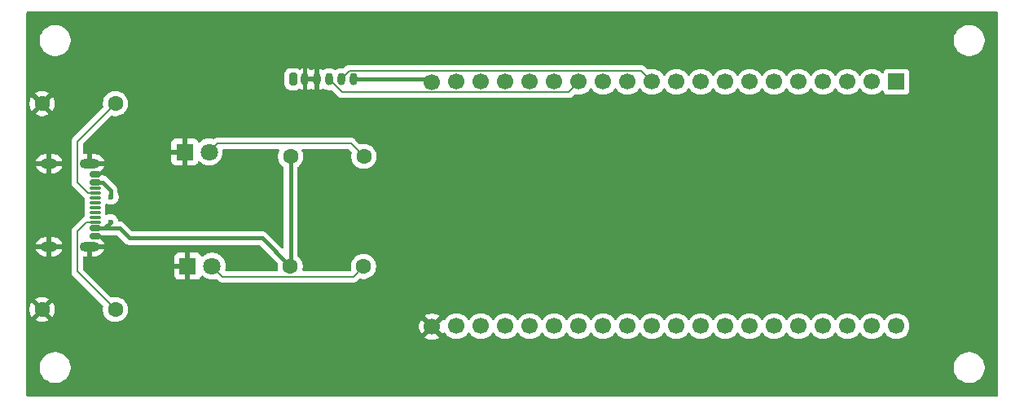
<source format=gbr>
%TF.GenerationSoftware,KiCad,Pcbnew,9.0.6-9.0.6~ubuntu24.04.1*%
%TF.CreationDate,2025-12-30T16:15:30+01:00*%
%TF.ProjectId,security-system,73656375-7269-4747-992d-73797374656d,0*%
%TF.SameCoordinates,Original*%
%TF.FileFunction,Copper,L1,Top*%
%TF.FilePolarity,Positive*%
%FSLAX46Y46*%
G04 Gerber Fmt 4.6, Leading zero omitted, Abs format (unit mm)*
G04 Created by KiCad (PCBNEW 9.0.6-9.0.6~ubuntu24.04.1) date 2025-12-30 16:15:30*
%MOMM*%
%LPD*%
G01*
G04 APERTURE LIST*
G04 Aperture macros list*
%AMRoundRect*
0 Rectangle with rounded corners*
0 $1 Rounding radius*
0 $2 $3 $4 $5 $6 $7 $8 $9 X,Y pos of 4 corners*
0 Add a 4 corners polygon primitive as box body*
4,1,4,$2,$3,$4,$5,$6,$7,$8,$9,$2,$3,0*
0 Add four circle primitives for the rounded corners*
1,1,$1+$1,$2,$3*
1,1,$1+$1,$4,$5*
1,1,$1+$1,$6,$7*
1,1,$1+$1,$8,$9*
0 Add four rect primitives between the rounded corners*
20,1,$1+$1,$2,$3,$4,$5,0*
20,1,$1+$1,$4,$5,$6,$7,0*
20,1,$1+$1,$6,$7,$8,$9,0*
20,1,$1+$1,$8,$9,$2,$3,0*%
G04 Aperture macros list end*
%TA.AperFunction,ComponentPad*%
%ADD10O,0.800000X1.300000*%
%TD*%
%TA.AperFunction,ComponentPad*%
%ADD11RoundRect,0.200000X-0.200000X-0.450000X0.200000X-0.450000X0.200000X0.450000X-0.200000X0.450000X0*%
%TD*%
%TA.AperFunction,SMDPad,CuDef*%
%ADD12RoundRect,0.150000X-0.425000X0.150000X-0.425000X-0.150000X0.425000X-0.150000X0.425000X0.150000X0*%
%TD*%
%TA.AperFunction,SMDPad,CuDef*%
%ADD13RoundRect,0.075000X-0.500000X0.075000X-0.500000X-0.075000X0.500000X-0.075000X0.500000X0.075000X0*%
%TD*%
%TA.AperFunction,HeatsinkPad*%
%ADD14O,2.100000X1.000000*%
%TD*%
%TA.AperFunction,HeatsinkPad*%
%ADD15O,1.800000X1.000000*%
%TD*%
%TA.AperFunction,ComponentPad*%
%ADD16R,1.800000X1.800000*%
%TD*%
%TA.AperFunction,ComponentPad*%
%ADD17C,1.800000*%
%TD*%
%TA.AperFunction,ComponentPad*%
%ADD18C,1.600000*%
%TD*%
%TA.AperFunction,ComponentPad*%
%ADD19C,1.700000*%
%TD*%
%TA.AperFunction,ComponentPad*%
%ADD20R,1.700000X1.700000*%
%TD*%
%TA.AperFunction,ViaPad*%
%ADD21C,0.600000*%
%TD*%
%TA.AperFunction,Conductor*%
%ADD22C,0.200000*%
%TD*%
%TA.AperFunction,Conductor*%
%ADD23C,0.400000*%
%TD*%
G04 APERTURE END LIST*
D10*
%TO.P,J1,6,Pin_6*%
%TO.N,+5V*%
X159470000Y-73520000D03*
%TO.P,J1,5,Pin_5*%
%TO.N,/SDA*%
X158220000Y-73520000D03*
%TO.P,J1,4,Pin_4*%
%TO.N,/SCL*%
X156970000Y-73520000D03*
%TO.P,J1,3,Pin_3*%
%TO.N,GND*%
X155720000Y-73520000D03*
%TO.P,J1,2,Pin_2*%
X154470000Y-73520000D03*
D11*
%TO.P,J1,1,Pin_1*%
%TO.N,unconnected-(J1-Pin_1-Pad1)*%
X153220000Y-73520000D03*
%TD*%
D12*
%TO.P,J2,A1,GND*%
%TO.N,GND*%
X132635000Y-83420000D03*
%TO.P,J2,A4,VBUS*%
%TO.N,+5V*%
X132635000Y-84220000D03*
D13*
%TO.P,J2,A5,CC1*%
%TO.N,Net-(J2-CC1)*%
X132635000Y-85370000D03*
%TO.P,J2,A6,D+*%
%TO.N,unconnected-(J2-D+-PadA6)*%
X132635000Y-86370000D03*
%TO.P,J2,A7,D-*%
%TO.N,unconnected-(J2-D--PadA7)*%
X132635000Y-86870000D03*
%TO.P,J2,A8,SBU1*%
%TO.N,unconnected-(J2-SBU1-PadA8)*%
X132635000Y-87870000D03*
D12*
%TO.P,J2,A9,VBUS*%
%TO.N,+5V*%
X132635000Y-89020000D03*
%TO.P,J2,A12,GND*%
%TO.N,GND*%
X132635000Y-89820000D03*
%TO.P,J2,B1,GND*%
X132635000Y-89820000D03*
%TO.P,J2,B4,VBUS*%
%TO.N,+5V*%
X132635000Y-89020000D03*
D13*
%TO.P,J2,B5,CC2*%
%TO.N,Net-(J2-CC2)*%
X132635000Y-88370000D03*
%TO.P,J2,B6,D+*%
%TO.N,unconnected-(J2-D+-PadB6)*%
X132635000Y-87370000D03*
%TO.P,J2,B7,D-*%
%TO.N,unconnected-(J2-D--PadB7)*%
X132635000Y-85870000D03*
%TO.P,J2,B8,SBU2*%
%TO.N,unconnected-(J2-SBU2-PadB8)*%
X132635000Y-84870000D03*
D12*
%TO.P,J2,B9,VBUS*%
%TO.N,+5V*%
X132635000Y-84220000D03*
%TO.P,J2,B12,GND*%
%TO.N,GND*%
X132635000Y-83420000D03*
D14*
%TO.P,J2,S1,SHIELD*%
X132060000Y-82300000D03*
D15*
X127880000Y-82300000D03*
D14*
X132060000Y-90940000D03*
D15*
X127880000Y-90940000D03*
%TD*%
D16*
%TO.P,DETECTION LED,1,K*%
%TO.N,GND*%
X142275000Y-92950000D03*
D17*
%TO.P,DETECTION LED,2,A*%
%TO.N,Net-(D2-A)*%
X144815000Y-92950000D03*
%TD*%
D18*
%TO.P,R1,1*%
%TO.N,+5V*%
X152960000Y-81550000D03*
%TO.P,R1,2*%
%TO.N,Net-(D1-A)*%
X160580000Y-81550000D03*
%TD*%
D16*
%TO.P,POWER-ON LED,1,K*%
%TO.N,GND*%
X141955000Y-81090000D03*
D17*
%TO.P,POWER-ON LED,2,A*%
%TO.N,Net-(D1-A)*%
X144495000Y-81090000D03*
%TD*%
D18*
%TO.P,R4,1*%
%TO.N,Net-(J2-CC2)*%
X134750000Y-97470000D03*
%TO.P,R4,2*%
%TO.N,GND*%
X127130000Y-97470000D03*
%TD*%
%TO.P,R2,1*%
%TO.N,+5V*%
X152930000Y-92990000D03*
%TO.P,R2,2*%
%TO.N,Net-(D2-A)*%
X160550000Y-92990000D03*
%TD*%
%TO.P,R3,1*%
%TO.N,Net-(J2-CC1)*%
X134750000Y-76060000D03*
%TO.P,R3,2*%
%TO.N,GND*%
X127130000Y-76060000D03*
%TD*%
D19*
%TO.P,U1,39,5V*%
%TO.N,+5V*%
X167670000Y-73810000D03*
%TO.P,U1,15,GPIO16*%
%TO.N,unconnected-(U1-GPIO16-Pad15)*%
X198150000Y-73800000D03*
%TO.P,U1,27,GPIO9*%
%TO.N,/SCL*%
X182910000Y-73800000D03*
%TO.P,U1,25,GPIO46*%
%TO.N,unconnected-(U1-GPIO46-Pad25)*%
X185450000Y-73800000D03*
D20*
%TO.P,U1,1,3V3*%
%TO.N,+3.3V*%
X215930000Y-73800000D03*
D19*
%TO.P,U1,13,GPIO15*%
%TO.N,unconnected-(U1-GPIO15-Pad13)*%
X200690000Y-73800000D03*
%TO.P,U1,11,GPIO7*%
%TO.N,unconnected-(U1-GPIO7-Pad11)*%
X203230000Y-73800000D03*
%TO.P,U1,5,GPIO4*%
%TO.N,unconnected-(U1-GPIO4-Pad5)*%
X210850000Y-73800000D03*
%TO.P,U1,23,GPIO3*%
%TO.N,unconnected-(U1-GPIO3-Pad23)*%
X187990000Y-73800000D03*
%TO.P,U1,21,GPIO8*%
%TO.N,/SDA*%
X190530000Y-73800000D03*
%TO.P,U1,29,GPIO10*%
%TO.N,unconnected-(U1-GPIO10-Pad29)*%
X180370000Y-73800000D03*
%TO.P,U1,7,GPIO5*%
%TO.N,unconnected-(U1-GPIO5-Pad7)*%
X208310000Y-73800000D03*
%TO.P,U1,9,GPIO6*%
%TO.N,unconnected-(U1-GPIO6-Pad9)*%
X205770000Y-73800000D03*
%TO.P,U1,31,GPIO11*%
%TO.N,unconnected-(U1-GPIO11-Pad31)*%
X177830000Y-73800000D03*
%TO.P,U1,33,GPIO12*%
%TO.N,unconnected-(U1-GPIO12-Pad33)*%
X175290000Y-73800000D03*
%TO.P,U1,35,GPIO13*%
%TO.N,unconnected-(U1-GPIO13-Pad35)*%
X172750000Y-73800000D03*
%TO.P,U1,19,GPIO18*%
%TO.N,unconnected-(U1-GPIO18-Pad19)*%
X193070000Y-73800000D03*
%TO.P,U1,37,GPIO14*%
%TO.N,unconnected-(U1-GPIO14-Pad37)*%
X170210000Y-73800000D03*
%TO.P,U1,17,GPIO17*%
%TO.N,unconnected-(U1-GPIO17-Pad17)*%
X195610000Y-73800000D03*
%TO.P,U1,3,RST*%
%TO.N,unconnected-(U1-RST-Pad3)*%
X213390000Y-73800000D03*
%TO.P,U1,40,GND*%
%TO.N,GND*%
X167670000Y-99250000D03*
%TO.P,U1,38,GPIO19*%
%TO.N,unconnected-(U1-GPIO19-Pad38)*%
X170210000Y-99200000D03*
%TO.P,U1,36,GPIO20*%
%TO.N,unconnected-(U1-GPIO20-Pad36)*%
X172750000Y-99200000D03*
%TO.P,U1,34,GPIO21*%
%TO.N,unconnected-(U1-GPIO21-Pad34)*%
X175290000Y-99200000D03*
%TO.P,U1,32,GPIO47*%
%TO.N,unconnected-(U1-GPIO47-Pad32)*%
X177830000Y-99200000D03*
%TO.P,U1,30,GPIO48*%
%TO.N,unconnected-(U1-GPIO48-Pad30)*%
X180370000Y-99200000D03*
%TO.P,U1,28,GPIO45*%
%TO.N,unconnected-(U1-GPIO45-Pad28)*%
X182910000Y-99200000D03*
%TO.P,U1,20,GPIO37*%
%TO.N,unconnected-(U1-GPIO37-Pad20)*%
X193070000Y-99200000D03*
%TO.P,U1,22,GPIO36*%
%TO.N,unconnected-(U1-GPIO36-Pad22)*%
X190530000Y-99200000D03*
%TO.P,U1,16,GPIO39*%
%TO.N,unconnected-(U1-GPIO39-Pad16)*%
X198150000Y-99200000D03*
%TO.P,U1,10,GPIO42*%
%TO.N,unconnected-(U1-GPIO42-Pad10)*%
X205770000Y-99200000D03*
%TO.P,U1,12,GPIO41*%
%TO.N,unconnected-(U1-GPIO41-Pad12)*%
X203230000Y-99200000D03*
%TO.P,U1,14,GPIO40*%
%TO.N,unconnected-(U1-GPIO40-Pad14)*%
X200690000Y-99200000D03*
%TO.P,U1,4,GPIO44*%
%TO.N,unconnected-(U1-GPIO44-Pad4)*%
X213390000Y-99200000D03*
%TO.P,U1,26,GPIO0*%
%TO.N,unconnected-(U1-GPIO0-Pad26)*%
X185450000Y-99200000D03*
%TO.P,U1,18,GPIO38*%
%TO.N,unconnected-(U1-GPIO38-Pad18)*%
X195610000Y-99200000D03*
%TO.P,U1,24,GPIO35*%
%TO.N,unconnected-(U1-GPIO35-Pad24)*%
X187990000Y-99200000D03*
%TO.P,U1,6,GPIO1*%
%TO.N,unconnected-(U1-GPIO1-Pad6)*%
X210850000Y-99200000D03*
%TO.P,U1,8,GPIO2*%
%TO.N,unconnected-(U1-GPIO2-Pad8)*%
X208310000Y-99200000D03*
%TO.P,U1,2,GPIO43*%
%TO.N,unconnected-(U1-GPIO43-Pad2)*%
X215930000Y-99200000D03*
%TD*%
D21*
%TO.N,+5V*%
X134290000Y-85750000D03*
X134270000Y-88370000D03*
%TD*%
D22*
%TO.N,Net-(J2-CC1)*%
X134750000Y-76060000D02*
X130782000Y-80028000D01*
X130782000Y-80028000D02*
X130782000Y-84266586D01*
X130782000Y-84266586D02*
X131885414Y-85370000D01*
X131885414Y-85370000D02*
X132635000Y-85370000D01*
%TO.N,Net-(J2-CC2)*%
X134750000Y-97470000D02*
X130782000Y-93502000D01*
X130782000Y-93502000D02*
X130782000Y-89331992D01*
X130782000Y-89331992D02*
X131743992Y-88370000D01*
X131743992Y-88370000D02*
X132635000Y-88370000D01*
D23*
%TO.N,+5V*%
X159470000Y-73520000D02*
X167380000Y-73520000D01*
X167380000Y-73520000D02*
X167670000Y-73810000D01*
D22*
%TO.N,/SCL*%
X156970000Y-73520000D02*
X158338000Y-74888000D01*
X158338000Y-74888000D02*
X181822000Y-74888000D01*
X181822000Y-74888000D02*
X182910000Y-73800000D01*
%TO.N,/SDA*%
X158220000Y-73520000D02*
X159098000Y-72642000D01*
X159098000Y-72642000D02*
X189372000Y-72642000D01*
X189372000Y-72642000D02*
X190530000Y-73800000D01*
D23*
%TO.N,+5V*%
X152960000Y-81550000D02*
X152960000Y-92960000D01*
X152960000Y-92960000D02*
X152930000Y-92990000D01*
D22*
%TO.N,Net-(D1-A)*%
X144495000Y-81090000D02*
X145395000Y-80190000D01*
X145395000Y-80190000D02*
X159220000Y-80190000D01*
X159220000Y-80190000D02*
X160580000Y-81550000D01*
%TO.N,Net-(D2-A)*%
X160550000Y-92990000D02*
X159490000Y-94050000D01*
X159490000Y-94050000D02*
X145915000Y-94050000D01*
X145915000Y-94050000D02*
X144815000Y-92950000D01*
D23*
%TO.N,+5V*%
X132635000Y-89020000D02*
X133620000Y-89020000D01*
X133620000Y-89020000D02*
X134270000Y-88370000D01*
X134290000Y-85750000D02*
X134290000Y-85110000D01*
X134290000Y-85110000D02*
X133400000Y-84220000D01*
X133400000Y-84220000D02*
X132635000Y-84220000D01*
X152930000Y-92990000D02*
X149990000Y-90050000D01*
X135180000Y-89020000D02*
X132635000Y-89020000D01*
X149990000Y-90050000D02*
X136210000Y-90050000D01*
X136210000Y-90050000D02*
X135180000Y-89020000D01*
%TD*%
%TA.AperFunction,Conductor*%
%TO.N,GND*%
G36*
X226442539Y-66520185D02*
G01*
X226488294Y-66572989D01*
X226499500Y-66624500D01*
X226499500Y-106375500D01*
X226479815Y-106442539D01*
X226427011Y-106488294D01*
X226375500Y-106499500D01*
X125624500Y-106499500D01*
X125557461Y-106479815D01*
X125511706Y-106427011D01*
X125500500Y-106375500D01*
X125500500Y-103374038D01*
X126899500Y-103374038D01*
X126899500Y-103625961D01*
X126938910Y-103874785D01*
X127016760Y-104114383D01*
X127131132Y-104338848D01*
X127279201Y-104542649D01*
X127279205Y-104542654D01*
X127457345Y-104720794D01*
X127457350Y-104720798D01*
X127635117Y-104849952D01*
X127661155Y-104868870D01*
X127804184Y-104941747D01*
X127885616Y-104983239D01*
X127885618Y-104983239D01*
X127885621Y-104983241D01*
X128125215Y-105061090D01*
X128374038Y-105100500D01*
X128374039Y-105100500D01*
X128625961Y-105100500D01*
X128625962Y-105100500D01*
X128874785Y-105061090D01*
X129114379Y-104983241D01*
X129338845Y-104868870D01*
X129542656Y-104720793D01*
X129720793Y-104542656D01*
X129868870Y-104338845D01*
X129983241Y-104114379D01*
X130061090Y-103874785D01*
X130100500Y-103625962D01*
X130100500Y-103374038D01*
X221899500Y-103374038D01*
X221899500Y-103625961D01*
X221938910Y-103874785D01*
X222016760Y-104114383D01*
X222131132Y-104338848D01*
X222279201Y-104542649D01*
X222279205Y-104542654D01*
X222457345Y-104720794D01*
X222457350Y-104720798D01*
X222635117Y-104849952D01*
X222661155Y-104868870D01*
X222804184Y-104941747D01*
X222885616Y-104983239D01*
X222885618Y-104983239D01*
X222885621Y-104983241D01*
X223125215Y-105061090D01*
X223374038Y-105100500D01*
X223374039Y-105100500D01*
X223625961Y-105100500D01*
X223625962Y-105100500D01*
X223874785Y-105061090D01*
X224114379Y-104983241D01*
X224338845Y-104868870D01*
X224542656Y-104720793D01*
X224720793Y-104542656D01*
X224868870Y-104338845D01*
X224983241Y-104114379D01*
X225061090Y-103874785D01*
X225100500Y-103625962D01*
X225100500Y-103374038D01*
X225061090Y-103125215D01*
X224983241Y-102885621D01*
X224983239Y-102885618D01*
X224983239Y-102885616D01*
X224941747Y-102804184D01*
X224868870Y-102661155D01*
X224849952Y-102635117D01*
X224720798Y-102457350D01*
X224720794Y-102457345D01*
X224542654Y-102279205D01*
X224542649Y-102279201D01*
X224338848Y-102131132D01*
X224338847Y-102131131D01*
X224338845Y-102131130D01*
X224268747Y-102095413D01*
X224114383Y-102016760D01*
X223874785Y-101938910D01*
X223625962Y-101899500D01*
X223374038Y-101899500D01*
X223249626Y-101919205D01*
X223125214Y-101938910D01*
X222885616Y-102016760D01*
X222661151Y-102131132D01*
X222457350Y-102279201D01*
X222457345Y-102279205D01*
X222279205Y-102457345D01*
X222279201Y-102457350D01*
X222131132Y-102661151D01*
X222016760Y-102885616D01*
X221938910Y-103125214D01*
X221899500Y-103374038D01*
X130100500Y-103374038D01*
X130061090Y-103125215D01*
X129983241Y-102885621D01*
X129983239Y-102885618D01*
X129983239Y-102885616D01*
X129941747Y-102804184D01*
X129868870Y-102661155D01*
X129849952Y-102635117D01*
X129720798Y-102457350D01*
X129720794Y-102457345D01*
X129542654Y-102279205D01*
X129542649Y-102279201D01*
X129338848Y-102131132D01*
X129338847Y-102131131D01*
X129338845Y-102131130D01*
X129268747Y-102095413D01*
X129114383Y-102016760D01*
X128874785Y-101938910D01*
X128625962Y-101899500D01*
X128374038Y-101899500D01*
X128249626Y-101919205D01*
X128125214Y-101938910D01*
X127885616Y-102016760D01*
X127661151Y-102131132D01*
X127457350Y-102279201D01*
X127457345Y-102279205D01*
X127279205Y-102457345D01*
X127279201Y-102457350D01*
X127131132Y-102661151D01*
X127016760Y-102885616D01*
X126938910Y-103125214D01*
X126899500Y-103374038D01*
X125500500Y-103374038D01*
X125500500Y-99143753D01*
X166320000Y-99143753D01*
X166320000Y-99356246D01*
X166353242Y-99566127D01*
X166353242Y-99566130D01*
X166418904Y-99768217D01*
X166515375Y-99957550D01*
X166554728Y-100011716D01*
X167187037Y-99379408D01*
X167204075Y-99442993D01*
X167269901Y-99557007D01*
X167362993Y-99650099D01*
X167477007Y-99715925D01*
X167540590Y-99732962D01*
X166908282Y-100365269D01*
X166908282Y-100365270D01*
X166962449Y-100404624D01*
X167151782Y-100501095D01*
X167353870Y-100566757D01*
X167563754Y-100600000D01*
X167776246Y-100600000D01*
X167986127Y-100566757D01*
X167986130Y-100566757D01*
X168188217Y-100501095D01*
X168377554Y-100404622D01*
X168431716Y-100365270D01*
X168431717Y-100365270D01*
X167799408Y-99732962D01*
X167862993Y-99715925D01*
X167977007Y-99650099D01*
X168070099Y-99557007D01*
X168135925Y-99442993D01*
X168152962Y-99379408D01*
X168785270Y-100011717D01*
X168785270Y-100011716D01*
X168824622Y-99957554D01*
X168842596Y-99922278D01*
X168890570Y-99871481D01*
X168958390Y-99854685D01*
X169024526Y-99877221D01*
X169053400Y-99905686D01*
X169179890Y-100079785D01*
X169179894Y-100079790D01*
X169330213Y-100230109D01*
X169502179Y-100355048D01*
X169502181Y-100355049D01*
X169502184Y-100355051D01*
X169691588Y-100451557D01*
X169893757Y-100517246D01*
X170103713Y-100550500D01*
X170103714Y-100550500D01*
X170316286Y-100550500D01*
X170316287Y-100550500D01*
X170526243Y-100517246D01*
X170728412Y-100451557D01*
X170917816Y-100355051D01*
X170939789Y-100339086D01*
X171089786Y-100230109D01*
X171089788Y-100230106D01*
X171089792Y-100230104D01*
X171240104Y-100079792D01*
X171240106Y-100079788D01*
X171240109Y-100079786D01*
X171365048Y-99907820D01*
X171365047Y-99907820D01*
X171365051Y-99907816D01*
X171369514Y-99899054D01*
X171417488Y-99848259D01*
X171485308Y-99831463D01*
X171551444Y-99853999D01*
X171590486Y-99899056D01*
X171594951Y-99907820D01*
X171719890Y-100079786D01*
X171870213Y-100230109D01*
X172042179Y-100355048D01*
X172042181Y-100355049D01*
X172042184Y-100355051D01*
X172231588Y-100451557D01*
X172433757Y-100517246D01*
X172643713Y-100550500D01*
X172643714Y-100550500D01*
X172856286Y-100550500D01*
X172856287Y-100550500D01*
X173066243Y-100517246D01*
X173268412Y-100451557D01*
X173457816Y-100355051D01*
X173479789Y-100339086D01*
X173629786Y-100230109D01*
X173629788Y-100230106D01*
X173629792Y-100230104D01*
X173780104Y-100079792D01*
X173780106Y-100079788D01*
X173780109Y-100079786D01*
X173905048Y-99907820D01*
X173905047Y-99907820D01*
X173905051Y-99907816D01*
X173909514Y-99899054D01*
X173957488Y-99848259D01*
X174025308Y-99831463D01*
X174091444Y-99853999D01*
X174130486Y-99899056D01*
X174134951Y-99907820D01*
X174259890Y-100079786D01*
X174410213Y-100230109D01*
X174582179Y-100355048D01*
X174582181Y-100355049D01*
X174582184Y-100355051D01*
X174771588Y-100451557D01*
X174973757Y-100517246D01*
X175183713Y-100550500D01*
X175183714Y-100550500D01*
X175396286Y-100550500D01*
X175396287Y-100550500D01*
X175606243Y-100517246D01*
X175808412Y-100451557D01*
X175997816Y-100355051D01*
X176019789Y-100339086D01*
X176169786Y-100230109D01*
X176169788Y-100230106D01*
X176169792Y-100230104D01*
X176320104Y-100079792D01*
X176320106Y-100079788D01*
X176320109Y-100079786D01*
X176445048Y-99907820D01*
X176445047Y-99907820D01*
X176445051Y-99907816D01*
X176449514Y-99899054D01*
X176497488Y-99848259D01*
X176565308Y-99831463D01*
X176631444Y-99853999D01*
X176670486Y-99899056D01*
X176674951Y-99907820D01*
X176799890Y-100079786D01*
X176950213Y-100230109D01*
X177122179Y-100355048D01*
X177122181Y-100355049D01*
X177122184Y-100355051D01*
X177311588Y-100451557D01*
X177513757Y-100517246D01*
X177723713Y-100550500D01*
X177723714Y-100550500D01*
X177936286Y-100550500D01*
X177936287Y-100550500D01*
X178146243Y-100517246D01*
X178348412Y-100451557D01*
X178537816Y-100355051D01*
X178559789Y-100339086D01*
X178709786Y-100230109D01*
X178709788Y-100230106D01*
X178709792Y-100230104D01*
X178860104Y-100079792D01*
X178860106Y-100079788D01*
X178860109Y-100079786D01*
X178985048Y-99907820D01*
X178985047Y-99907820D01*
X178985051Y-99907816D01*
X178989514Y-99899054D01*
X179037488Y-99848259D01*
X179105308Y-99831463D01*
X179171444Y-99853999D01*
X179210486Y-99899056D01*
X179214951Y-99907820D01*
X179339890Y-100079786D01*
X179490213Y-100230109D01*
X179662179Y-100355048D01*
X179662181Y-100355049D01*
X179662184Y-100355051D01*
X179851588Y-100451557D01*
X180053757Y-100517246D01*
X180263713Y-100550500D01*
X180263714Y-100550500D01*
X180476286Y-100550500D01*
X180476287Y-100550500D01*
X180686243Y-100517246D01*
X180888412Y-100451557D01*
X181077816Y-100355051D01*
X181099789Y-100339086D01*
X181249786Y-100230109D01*
X181249788Y-100230106D01*
X181249792Y-100230104D01*
X181400104Y-100079792D01*
X181400106Y-100079788D01*
X181400109Y-100079786D01*
X181525048Y-99907820D01*
X181525047Y-99907820D01*
X181525051Y-99907816D01*
X181529514Y-99899054D01*
X181577488Y-99848259D01*
X181645308Y-99831463D01*
X181711444Y-99853999D01*
X181750486Y-99899056D01*
X181754951Y-99907820D01*
X181879890Y-100079786D01*
X182030213Y-100230109D01*
X182202179Y-100355048D01*
X182202181Y-100355049D01*
X182202184Y-100355051D01*
X182391588Y-100451557D01*
X182593757Y-100517246D01*
X182803713Y-100550500D01*
X182803714Y-100550500D01*
X183016286Y-100550500D01*
X183016287Y-100550500D01*
X183226243Y-100517246D01*
X183428412Y-100451557D01*
X183617816Y-100355051D01*
X183639789Y-100339086D01*
X183789786Y-100230109D01*
X183789788Y-100230106D01*
X183789792Y-100230104D01*
X183940104Y-100079792D01*
X183940106Y-100079788D01*
X183940109Y-100079786D01*
X184065048Y-99907820D01*
X184065047Y-99907820D01*
X184065051Y-99907816D01*
X184069514Y-99899054D01*
X184117488Y-99848259D01*
X184185308Y-99831463D01*
X184251444Y-99853999D01*
X184290486Y-99899056D01*
X184294951Y-99907820D01*
X184419890Y-100079786D01*
X184570213Y-100230109D01*
X184742179Y-100355048D01*
X184742181Y-100355049D01*
X184742184Y-100355051D01*
X184931588Y-100451557D01*
X185133757Y-100517246D01*
X185343713Y-100550500D01*
X185343714Y-100550500D01*
X185556286Y-100550500D01*
X185556287Y-100550500D01*
X185766243Y-100517246D01*
X185968412Y-100451557D01*
X186157816Y-100355051D01*
X186179789Y-100339086D01*
X186329786Y-100230109D01*
X186329788Y-100230106D01*
X186329792Y-100230104D01*
X186480104Y-100079792D01*
X186480106Y-100079788D01*
X186480109Y-100079786D01*
X186605048Y-99907820D01*
X186605047Y-99907820D01*
X186605051Y-99907816D01*
X186609514Y-99899054D01*
X186657488Y-99848259D01*
X186725308Y-99831463D01*
X186791444Y-99853999D01*
X186830486Y-99899056D01*
X186834951Y-99907820D01*
X186959890Y-100079786D01*
X187110213Y-100230109D01*
X187282179Y-100355048D01*
X187282181Y-100355049D01*
X187282184Y-100355051D01*
X187471588Y-100451557D01*
X187673757Y-100517246D01*
X187883713Y-100550500D01*
X187883714Y-100550500D01*
X188096286Y-100550500D01*
X188096287Y-100550500D01*
X188306243Y-100517246D01*
X188508412Y-100451557D01*
X188697816Y-100355051D01*
X188719789Y-100339086D01*
X188869786Y-100230109D01*
X188869788Y-100230106D01*
X188869792Y-100230104D01*
X189020104Y-100079792D01*
X189020106Y-100079788D01*
X189020109Y-100079786D01*
X189145048Y-99907820D01*
X189145047Y-99907820D01*
X189145051Y-99907816D01*
X189149514Y-99899054D01*
X189197488Y-99848259D01*
X189265308Y-99831463D01*
X189331444Y-99853999D01*
X189370486Y-99899056D01*
X189374951Y-99907820D01*
X189499890Y-100079786D01*
X189650213Y-100230109D01*
X189822179Y-100355048D01*
X189822181Y-100355049D01*
X189822184Y-100355051D01*
X190011588Y-100451557D01*
X190213757Y-100517246D01*
X190423713Y-100550500D01*
X190423714Y-100550500D01*
X190636286Y-100550500D01*
X190636287Y-100550500D01*
X190846243Y-100517246D01*
X191048412Y-100451557D01*
X191237816Y-100355051D01*
X191259789Y-100339086D01*
X191409786Y-100230109D01*
X191409788Y-100230106D01*
X191409792Y-100230104D01*
X191560104Y-100079792D01*
X191560106Y-100079788D01*
X191560109Y-100079786D01*
X191685048Y-99907820D01*
X191685047Y-99907820D01*
X191685051Y-99907816D01*
X191689514Y-99899054D01*
X191737488Y-99848259D01*
X191805308Y-99831463D01*
X191871444Y-99853999D01*
X191910486Y-99899056D01*
X191914951Y-99907820D01*
X192039890Y-100079786D01*
X192190213Y-100230109D01*
X192362179Y-100355048D01*
X192362181Y-100355049D01*
X192362184Y-100355051D01*
X192551588Y-100451557D01*
X192753757Y-100517246D01*
X192963713Y-100550500D01*
X192963714Y-100550500D01*
X193176286Y-100550500D01*
X193176287Y-100550500D01*
X193386243Y-100517246D01*
X193588412Y-100451557D01*
X193777816Y-100355051D01*
X193799789Y-100339086D01*
X193949786Y-100230109D01*
X193949788Y-100230106D01*
X193949792Y-100230104D01*
X194100104Y-100079792D01*
X194100106Y-100079788D01*
X194100109Y-100079786D01*
X194225048Y-99907820D01*
X194225047Y-99907820D01*
X194225051Y-99907816D01*
X194229514Y-99899054D01*
X194277488Y-99848259D01*
X194345308Y-99831463D01*
X194411444Y-99853999D01*
X194450486Y-99899056D01*
X194454951Y-99907820D01*
X194579890Y-100079786D01*
X194730213Y-100230109D01*
X194902179Y-100355048D01*
X194902181Y-100355049D01*
X194902184Y-100355051D01*
X195091588Y-100451557D01*
X195293757Y-100517246D01*
X195503713Y-100550500D01*
X195503714Y-100550500D01*
X195716286Y-100550500D01*
X195716287Y-100550500D01*
X195926243Y-100517246D01*
X196128412Y-100451557D01*
X196317816Y-100355051D01*
X196339789Y-100339086D01*
X196489786Y-100230109D01*
X196489788Y-100230106D01*
X196489792Y-100230104D01*
X196640104Y-100079792D01*
X196640106Y-100079788D01*
X196640109Y-100079786D01*
X196765048Y-99907820D01*
X196765047Y-99907820D01*
X196765051Y-99907816D01*
X196769514Y-99899054D01*
X196817488Y-99848259D01*
X196885308Y-99831463D01*
X196951444Y-99853999D01*
X196990486Y-99899056D01*
X196994951Y-99907820D01*
X197119890Y-100079786D01*
X197270213Y-100230109D01*
X197442179Y-100355048D01*
X197442181Y-100355049D01*
X197442184Y-100355051D01*
X197631588Y-100451557D01*
X197833757Y-100517246D01*
X198043713Y-100550500D01*
X198043714Y-100550500D01*
X198256286Y-100550500D01*
X198256287Y-100550500D01*
X198466243Y-100517246D01*
X198668412Y-100451557D01*
X198857816Y-100355051D01*
X198879789Y-100339086D01*
X199029786Y-100230109D01*
X199029788Y-100230106D01*
X199029792Y-100230104D01*
X199180104Y-100079792D01*
X199180106Y-100079788D01*
X199180109Y-100079786D01*
X199305048Y-99907820D01*
X199305047Y-99907820D01*
X199305051Y-99907816D01*
X199309514Y-99899054D01*
X199357488Y-99848259D01*
X199425308Y-99831463D01*
X199491444Y-99853999D01*
X199530486Y-99899056D01*
X199534951Y-99907820D01*
X199659890Y-100079786D01*
X199810213Y-100230109D01*
X199982179Y-100355048D01*
X199982181Y-100355049D01*
X199982184Y-100355051D01*
X200171588Y-100451557D01*
X200373757Y-100517246D01*
X200583713Y-100550500D01*
X200583714Y-100550500D01*
X200796286Y-100550500D01*
X200796287Y-100550500D01*
X201006243Y-100517246D01*
X201208412Y-100451557D01*
X201397816Y-100355051D01*
X201419789Y-100339086D01*
X201569786Y-100230109D01*
X201569788Y-100230106D01*
X201569792Y-100230104D01*
X201720104Y-100079792D01*
X201720106Y-100079788D01*
X201720109Y-100079786D01*
X201845048Y-99907820D01*
X201845047Y-99907820D01*
X201845051Y-99907816D01*
X201849514Y-99899054D01*
X201897488Y-99848259D01*
X201965308Y-99831463D01*
X202031444Y-99853999D01*
X202070486Y-99899056D01*
X202074951Y-99907820D01*
X202199890Y-100079786D01*
X202350213Y-100230109D01*
X202522179Y-100355048D01*
X202522181Y-100355049D01*
X202522184Y-100355051D01*
X202711588Y-100451557D01*
X202913757Y-100517246D01*
X203123713Y-100550500D01*
X203123714Y-100550500D01*
X203336286Y-100550500D01*
X203336287Y-100550500D01*
X203546243Y-100517246D01*
X203748412Y-100451557D01*
X203937816Y-100355051D01*
X203959789Y-100339086D01*
X204109786Y-100230109D01*
X204109788Y-100230106D01*
X204109792Y-100230104D01*
X204260104Y-100079792D01*
X204260106Y-100079788D01*
X204260109Y-100079786D01*
X204385048Y-99907820D01*
X204385047Y-99907820D01*
X204385051Y-99907816D01*
X204389514Y-99899054D01*
X204437488Y-99848259D01*
X204505308Y-99831463D01*
X204571444Y-99853999D01*
X204610486Y-99899056D01*
X204614951Y-99907820D01*
X204739890Y-100079786D01*
X204890213Y-100230109D01*
X205062179Y-100355048D01*
X205062181Y-100355049D01*
X205062184Y-100355051D01*
X205251588Y-100451557D01*
X205453757Y-100517246D01*
X205663713Y-100550500D01*
X205663714Y-100550500D01*
X205876286Y-100550500D01*
X205876287Y-100550500D01*
X206086243Y-100517246D01*
X206288412Y-100451557D01*
X206477816Y-100355051D01*
X206499789Y-100339086D01*
X206649786Y-100230109D01*
X206649788Y-100230106D01*
X206649792Y-100230104D01*
X206800104Y-100079792D01*
X206800106Y-100079788D01*
X206800109Y-100079786D01*
X206925048Y-99907820D01*
X206925047Y-99907820D01*
X206925051Y-99907816D01*
X206929514Y-99899054D01*
X206977488Y-99848259D01*
X207045308Y-99831463D01*
X207111444Y-99853999D01*
X207150486Y-99899056D01*
X207154951Y-99907820D01*
X207279890Y-100079786D01*
X207430213Y-100230109D01*
X207602179Y-100355048D01*
X207602181Y-100355049D01*
X207602184Y-100355051D01*
X207791588Y-100451557D01*
X207993757Y-100517246D01*
X208203713Y-100550500D01*
X208203714Y-100550500D01*
X208416286Y-100550500D01*
X208416287Y-100550500D01*
X208626243Y-100517246D01*
X208828412Y-100451557D01*
X209017816Y-100355051D01*
X209039789Y-100339086D01*
X209189786Y-100230109D01*
X209189788Y-100230106D01*
X209189792Y-100230104D01*
X209340104Y-100079792D01*
X209340106Y-100079788D01*
X209340109Y-100079786D01*
X209465048Y-99907820D01*
X209465047Y-99907820D01*
X209465051Y-99907816D01*
X209469514Y-99899054D01*
X209517488Y-99848259D01*
X209585308Y-99831463D01*
X209651444Y-99853999D01*
X209690486Y-99899056D01*
X209694951Y-99907820D01*
X209819890Y-100079786D01*
X209970213Y-100230109D01*
X210142179Y-100355048D01*
X210142181Y-100355049D01*
X210142184Y-100355051D01*
X210331588Y-100451557D01*
X210533757Y-100517246D01*
X210743713Y-100550500D01*
X210743714Y-100550500D01*
X210956286Y-100550500D01*
X210956287Y-100550500D01*
X211166243Y-100517246D01*
X211368412Y-100451557D01*
X211557816Y-100355051D01*
X211579789Y-100339086D01*
X211729786Y-100230109D01*
X211729788Y-100230106D01*
X211729792Y-100230104D01*
X211880104Y-100079792D01*
X211880106Y-100079788D01*
X211880109Y-100079786D01*
X212005048Y-99907820D01*
X212005047Y-99907820D01*
X212005051Y-99907816D01*
X212009514Y-99899054D01*
X212057488Y-99848259D01*
X212125308Y-99831463D01*
X212191444Y-99853999D01*
X212230486Y-99899056D01*
X212234951Y-99907820D01*
X212359890Y-100079786D01*
X212510213Y-100230109D01*
X212682179Y-100355048D01*
X212682181Y-100355049D01*
X212682184Y-100355051D01*
X212871588Y-100451557D01*
X213073757Y-100517246D01*
X213283713Y-100550500D01*
X213283714Y-100550500D01*
X213496286Y-100550500D01*
X213496287Y-100550500D01*
X213706243Y-100517246D01*
X213908412Y-100451557D01*
X214097816Y-100355051D01*
X214119789Y-100339086D01*
X214269786Y-100230109D01*
X214269788Y-100230106D01*
X214269792Y-100230104D01*
X214420104Y-100079792D01*
X214420106Y-100079788D01*
X214420109Y-100079786D01*
X214545048Y-99907820D01*
X214545047Y-99907820D01*
X214545051Y-99907816D01*
X214549514Y-99899054D01*
X214597488Y-99848259D01*
X214665308Y-99831463D01*
X214731444Y-99853999D01*
X214770486Y-99899056D01*
X214774951Y-99907820D01*
X214899890Y-100079786D01*
X215050213Y-100230109D01*
X215222179Y-100355048D01*
X215222181Y-100355049D01*
X215222184Y-100355051D01*
X215411588Y-100451557D01*
X215613757Y-100517246D01*
X215823713Y-100550500D01*
X215823714Y-100550500D01*
X216036286Y-100550500D01*
X216036287Y-100550500D01*
X216246243Y-100517246D01*
X216448412Y-100451557D01*
X216637816Y-100355051D01*
X216659789Y-100339086D01*
X216809786Y-100230109D01*
X216809788Y-100230106D01*
X216809792Y-100230104D01*
X216960104Y-100079792D01*
X216960106Y-100079788D01*
X216960109Y-100079786D01*
X217085048Y-99907820D01*
X217085047Y-99907820D01*
X217085051Y-99907816D01*
X217181557Y-99718412D01*
X217247246Y-99516243D01*
X217280500Y-99306287D01*
X217280500Y-99093713D01*
X217247246Y-98883757D01*
X217181557Y-98681588D01*
X217085051Y-98492184D01*
X217085049Y-98492181D01*
X217085048Y-98492179D01*
X216960109Y-98320213D01*
X216809786Y-98169890D01*
X216637820Y-98044951D01*
X216448414Y-97948444D01*
X216448413Y-97948443D01*
X216448412Y-97948443D01*
X216246243Y-97882754D01*
X216246241Y-97882753D01*
X216246240Y-97882753D01*
X216084957Y-97857208D01*
X216036287Y-97849500D01*
X215823713Y-97849500D01*
X215775042Y-97857208D01*
X215613760Y-97882753D01*
X215411585Y-97948444D01*
X215222179Y-98044951D01*
X215050213Y-98169890D01*
X214899890Y-98320213D01*
X214774949Y-98492182D01*
X214770484Y-98500946D01*
X214722509Y-98551742D01*
X214654688Y-98568536D01*
X214588553Y-98545998D01*
X214549516Y-98500946D01*
X214545050Y-98492182D01*
X214420109Y-98320213D01*
X214269786Y-98169890D01*
X214097820Y-98044951D01*
X213908414Y-97948444D01*
X213908413Y-97948443D01*
X213908412Y-97948443D01*
X213706243Y-97882754D01*
X213706241Y-97882753D01*
X213706240Y-97882753D01*
X213544957Y-97857208D01*
X213496287Y-97849500D01*
X213283713Y-97849500D01*
X213235042Y-97857208D01*
X213073760Y-97882753D01*
X212871585Y-97948444D01*
X212682179Y-98044951D01*
X212510213Y-98169890D01*
X212359890Y-98320213D01*
X212234949Y-98492182D01*
X212230484Y-98500946D01*
X212182509Y-98551742D01*
X212114688Y-98568536D01*
X212048553Y-98545998D01*
X212009516Y-98500946D01*
X212005050Y-98492182D01*
X211880109Y-98320213D01*
X211729786Y-98169890D01*
X211557820Y-98044951D01*
X211368414Y-97948444D01*
X211368413Y-97948443D01*
X211368412Y-97948443D01*
X211166243Y-97882754D01*
X211166241Y-97882753D01*
X211166240Y-97882753D01*
X211004957Y-97857208D01*
X210956287Y-97849500D01*
X210743713Y-97849500D01*
X210695042Y-97857208D01*
X210533760Y-97882753D01*
X210331585Y-97948444D01*
X210142179Y-98044951D01*
X209970213Y-98169890D01*
X209819890Y-98320213D01*
X209694949Y-98492182D01*
X209690484Y-98500946D01*
X209642509Y-98551742D01*
X209574688Y-98568536D01*
X209508553Y-98545998D01*
X209469516Y-98500946D01*
X209465050Y-98492182D01*
X209340109Y-98320213D01*
X209189786Y-98169890D01*
X209017820Y-98044951D01*
X208828414Y-97948444D01*
X208828413Y-97948443D01*
X208828412Y-97948443D01*
X208626243Y-97882754D01*
X208626241Y-97882753D01*
X208626240Y-97882753D01*
X208464957Y-97857208D01*
X208416287Y-97849500D01*
X208203713Y-97849500D01*
X208155042Y-97857208D01*
X207993760Y-97882753D01*
X207791585Y-97948444D01*
X207602179Y-98044951D01*
X207430213Y-98169890D01*
X207279890Y-98320213D01*
X207154949Y-98492182D01*
X207150484Y-98500946D01*
X207102509Y-98551742D01*
X207034688Y-98568536D01*
X206968553Y-98545998D01*
X206929516Y-98500946D01*
X206925050Y-98492182D01*
X206800109Y-98320213D01*
X206649786Y-98169890D01*
X206477820Y-98044951D01*
X206288414Y-97948444D01*
X206288413Y-97948443D01*
X206288412Y-97948443D01*
X206086243Y-97882754D01*
X206086241Y-97882753D01*
X206086240Y-97882753D01*
X205924957Y-97857208D01*
X205876287Y-97849500D01*
X205663713Y-97849500D01*
X205615042Y-97857208D01*
X205453760Y-97882753D01*
X205251585Y-97948444D01*
X205062179Y-98044951D01*
X204890213Y-98169890D01*
X204739890Y-98320213D01*
X204614949Y-98492182D01*
X204610484Y-98500946D01*
X204562509Y-98551742D01*
X204494688Y-98568536D01*
X204428553Y-98545998D01*
X204389516Y-98500946D01*
X204385050Y-98492182D01*
X204260109Y-98320213D01*
X204109786Y-98169890D01*
X203937820Y-98044951D01*
X203748414Y-97948444D01*
X203748413Y-97948443D01*
X203748412Y-97948443D01*
X203546243Y-97882754D01*
X203546241Y-97882753D01*
X203546240Y-97882753D01*
X203384957Y-97857208D01*
X203336287Y-97849500D01*
X203123713Y-97849500D01*
X203075042Y-97857208D01*
X202913760Y-97882753D01*
X202711585Y-97948444D01*
X202522179Y-98044951D01*
X202350213Y-98169890D01*
X202199890Y-98320213D01*
X202074949Y-98492182D01*
X202070484Y-98500946D01*
X202022509Y-98551742D01*
X201954688Y-98568536D01*
X201888553Y-98545998D01*
X201849516Y-98500946D01*
X201845050Y-98492182D01*
X201720109Y-98320213D01*
X201569786Y-98169890D01*
X201397820Y-98044951D01*
X201208414Y-97948444D01*
X201208413Y-97948443D01*
X201208412Y-97948443D01*
X201006243Y-97882754D01*
X201006241Y-97882753D01*
X201006240Y-97882753D01*
X200844957Y-97857208D01*
X200796287Y-97849500D01*
X200583713Y-97849500D01*
X200535042Y-97857208D01*
X200373760Y-97882753D01*
X200171585Y-97948444D01*
X199982179Y-98044951D01*
X199810213Y-98169890D01*
X199659890Y-98320213D01*
X199534949Y-98492182D01*
X199530484Y-98500946D01*
X199482509Y-98551742D01*
X199414688Y-98568536D01*
X199348553Y-98545998D01*
X199309516Y-98500946D01*
X199305050Y-98492182D01*
X199180109Y-98320213D01*
X199029786Y-98169890D01*
X198857820Y-98044951D01*
X198668414Y-97948444D01*
X198668413Y-97948443D01*
X198668412Y-97948443D01*
X198466243Y-97882754D01*
X198466241Y-97882753D01*
X198466240Y-97882753D01*
X198304957Y-97857208D01*
X198256287Y-97849500D01*
X198043713Y-97849500D01*
X197995042Y-97857208D01*
X197833760Y-97882753D01*
X197631585Y-97948444D01*
X197442179Y-98044951D01*
X197270213Y-98169890D01*
X197119890Y-98320213D01*
X196994949Y-98492182D01*
X196990484Y-98500946D01*
X196942509Y-98551742D01*
X196874688Y-98568536D01*
X196808553Y-98545998D01*
X196769516Y-98500946D01*
X196765050Y-98492182D01*
X196640109Y-98320213D01*
X196489786Y-98169890D01*
X196317820Y-98044951D01*
X196128414Y-97948444D01*
X196128413Y-97948443D01*
X196128412Y-97948443D01*
X195926243Y-97882754D01*
X195926241Y-97882753D01*
X195926240Y-97882753D01*
X195764957Y-97857208D01*
X195716287Y-97849500D01*
X195503713Y-97849500D01*
X195455042Y-97857208D01*
X195293760Y-97882753D01*
X195091585Y-97948444D01*
X194902179Y-98044951D01*
X194730213Y-98169890D01*
X194579890Y-98320213D01*
X194454949Y-98492182D01*
X194450484Y-98500946D01*
X194402509Y-98551742D01*
X194334688Y-98568536D01*
X194268553Y-98545998D01*
X194229516Y-98500946D01*
X194225050Y-98492182D01*
X194100109Y-98320213D01*
X193949786Y-98169890D01*
X193777820Y-98044951D01*
X193588414Y-97948444D01*
X193588413Y-97948443D01*
X193588412Y-97948443D01*
X193386243Y-97882754D01*
X193386241Y-97882753D01*
X193386240Y-97882753D01*
X193224957Y-97857208D01*
X193176287Y-97849500D01*
X192963713Y-97849500D01*
X192915042Y-97857208D01*
X192753760Y-97882753D01*
X192551585Y-97948444D01*
X192362179Y-98044951D01*
X192190213Y-98169890D01*
X192039890Y-98320213D01*
X191914949Y-98492182D01*
X191910484Y-98500946D01*
X191862509Y-98551742D01*
X191794688Y-98568536D01*
X191728553Y-98545998D01*
X191689516Y-98500946D01*
X191685050Y-98492182D01*
X191560109Y-98320213D01*
X191409786Y-98169890D01*
X191237820Y-98044951D01*
X191048414Y-97948444D01*
X191048413Y-97948443D01*
X191048412Y-97948443D01*
X190846243Y-97882754D01*
X190846241Y-97882753D01*
X190846240Y-97882753D01*
X190684957Y-97857208D01*
X190636287Y-97849500D01*
X190423713Y-97849500D01*
X190375042Y-97857208D01*
X190213760Y-97882753D01*
X190011585Y-97948444D01*
X189822179Y-98044951D01*
X189650213Y-98169890D01*
X189499890Y-98320213D01*
X189374949Y-98492182D01*
X189370484Y-98500946D01*
X189322509Y-98551742D01*
X189254688Y-98568536D01*
X189188553Y-98545998D01*
X189149516Y-98500946D01*
X189145050Y-98492182D01*
X189020109Y-98320213D01*
X188869786Y-98169890D01*
X188697820Y-98044951D01*
X188508414Y-97948444D01*
X188508413Y-97948443D01*
X188508412Y-97948443D01*
X188306243Y-97882754D01*
X188306241Y-97882753D01*
X188306240Y-97882753D01*
X188144957Y-97857208D01*
X188096287Y-97849500D01*
X187883713Y-97849500D01*
X187835042Y-97857208D01*
X187673760Y-97882753D01*
X187471585Y-97948444D01*
X187282179Y-98044951D01*
X187110213Y-98169890D01*
X186959890Y-98320213D01*
X186834949Y-98492182D01*
X186830484Y-98500946D01*
X186782509Y-98551742D01*
X186714688Y-98568536D01*
X186648553Y-98545998D01*
X186609516Y-98500946D01*
X186605050Y-98492182D01*
X186480109Y-98320213D01*
X186329786Y-98169890D01*
X186157820Y-98044951D01*
X185968414Y-97948444D01*
X185968413Y-97948443D01*
X185968412Y-97948443D01*
X185766243Y-97882754D01*
X185766241Y-97882753D01*
X185766240Y-97882753D01*
X185604957Y-97857208D01*
X185556287Y-97849500D01*
X185343713Y-97849500D01*
X185295042Y-97857208D01*
X185133760Y-97882753D01*
X184931585Y-97948444D01*
X184742179Y-98044951D01*
X184570213Y-98169890D01*
X184419890Y-98320213D01*
X184294949Y-98492182D01*
X184290484Y-98500946D01*
X184242509Y-98551742D01*
X184174688Y-98568536D01*
X184108553Y-98545998D01*
X184069516Y-98500946D01*
X184065050Y-98492182D01*
X183940109Y-98320213D01*
X183789786Y-98169890D01*
X183617820Y-98044951D01*
X183428414Y-97948444D01*
X183428413Y-97948443D01*
X183428412Y-97948443D01*
X183226243Y-97882754D01*
X183226241Y-97882753D01*
X183226240Y-97882753D01*
X183064957Y-97857208D01*
X183016287Y-97849500D01*
X182803713Y-97849500D01*
X182755042Y-97857208D01*
X182593760Y-97882753D01*
X182391585Y-97948444D01*
X182202179Y-98044951D01*
X182030213Y-98169890D01*
X181879890Y-98320213D01*
X181754949Y-98492182D01*
X181750484Y-98500946D01*
X181702509Y-98551742D01*
X181634688Y-98568536D01*
X181568553Y-98545998D01*
X181529516Y-98500946D01*
X181525050Y-98492182D01*
X181400109Y-98320213D01*
X181249786Y-98169890D01*
X181077820Y-98044951D01*
X180888414Y-97948444D01*
X180888413Y-97948443D01*
X180888412Y-97948443D01*
X180686243Y-97882754D01*
X180686241Y-97882753D01*
X180686240Y-97882753D01*
X180524957Y-97857208D01*
X180476287Y-97849500D01*
X180263713Y-97849500D01*
X180215042Y-97857208D01*
X180053760Y-97882753D01*
X179851585Y-97948444D01*
X179662179Y-98044951D01*
X179490213Y-98169890D01*
X179339890Y-98320213D01*
X179214949Y-98492182D01*
X179210484Y-98500946D01*
X179162509Y-98551742D01*
X179094688Y-98568536D01*
X179028553Y-98545998D01*
X178989516Y-98500946D01*
X178985050Y-98492182D01*
X178860109Y-98320213D01*
X178709786Y-98169890D01*
X178537820Y-98044951D01*
X178348414Y-97948444D01*
X178348413Y-97948443D01*
X178348412Y-97948443D01*
X178146243Y-97882754D01*
X178146241Y-97882753D01*
X178146240Y-97882753D01*
X177984957Y-97857208D01*
X177936287Y-97849500D01*
X177723713Y-97849500D01*
X177675042Y-97857208D01*
X177513760Y-97882753D01*
X177311585Y-97948444D01*
X177122179Y-98044951D01*
X176950213Y-98169890D01*
X176799890Y-98320213D01*
X176674949Y-98492182D01*
X176670484Y-98500946D01*
X176622509Y-98551742D01*
X176554688Y-98568536D01*
X176488553Y-98545998D01*
X176449516Y-98500946D01*
X176445050Y-98492182D01*
X176320109Y-98320213D01*
X176169786Y-98169890D01*
X175997820Y-98044951D01*
X175808414Y-97948444D01*
X175808413Y-97948443D01*
X175808412Y-97948443D01*
X175606243Y-97882754D01*
X175606241Y-97882753D01*
X175606240Y-97882753D01*
X175444957Y-97857208D01*
X175396287Y-97849500D01*
X175183713Y-97849500D01*
X175135042Y-97857208D01*
X174973760Y-97882753D01*
X174771585Y-97948444D01*
X174582179Y-98044951D01*
X174410213Y-98169890D01*
X174259890Y-98320213D01*
X174134949Y-98492182D01*
X174130484Y-98500946D01*
X174082509Y-98551742D01*
X174014688Y-98568536D01*
X173948553Y-98545998D01*
X173909516Y-98500946D01*
X173905050Y-98492182D01*
X173780109Y-98320213D01*
X173629786Y-98169890D01*
X173457820Y-98044951D01*
X173268414Y-97948444D01*
X173268413Y-97948443D01*
X173268412Y-97948443D01*
X173066243Y-97882754D01*
X173066241Y-97882753D01*
X173066240Y-97882753D01*
X172904957Y-97857208D01*
X172856287Y-97849500D01*
X172643713Y-97849500D01*
X172595042Y-97857208D01*
X172433760Y-97882753D01*
X172231585Y-97948444D01*
X172042179Y-98044951D01*
X171870213Y-98169890D01*
X171719890Y-98320213D01*
X171594949Y-98492182D01*
X171590484Y-98500946D01*
X171542509Y-98551742D01*
X171474688Y-98568536D01*
X171408553Y-98545998D01*
X171369516Y-98500946D01*
X171365050Y-98492182D01*
X171240109Y-98320213D01*
X171089786Y-98169890D01*
X170917820Y-98044951D01*
X170728414Y-97948444D01*
X170728413Y-97948443D01*
X170728412Y-97948443D01*
X170526243Y-97882754D01*
X170526241Y-97882753D01*
X170526240Y-97882753D01*
X170364957Y-97857208D01*
X170316287Y-97849500D01*
X170103713Y-97849500D01*
X170055042Y-97857208D01*
X169893760Y-97882753D01*
X169691585Y-97948444D01*
X169502179Y-98044951D01*
X169330213Y-98169890D01*
X169179890Y-98320213D01*
X169054948Y-98492184D01*
X169054946Y-98492186D01*
X169036814Y-98527772D01*
X168988839Y-98578567D01*
X168921018Y-98595361D01*
X168854883Y-98572822D01*
X168826012Y-98544359D01*
X168785270Y-98488282D01*
X168785269Y-98488282D01*
X168152962Y-99120590D01*
X168135925Y-99057007D01*
X168070099Y-98942993D01*
X167977007Y-98849901D01*
X167862993Y-98784075D01*
X167799409Y-98767037D01*
X168431716Y-98134728D01*
X168377550Y-98095375D01*
X168188217Y-97998904D01*
X167986129Y-97933242D01*
X167776246Y-97900000D01*
X167563754Y-97900000D01*
X167353872Y-97933242D01*
X167353869Y-97933242D01*
X167151782Y-97998904D01*
X166962439Y-98095380D01*
X166908282Y-98134727D01*
X166908282Y-98134728D01*
X167540591Y-98767037D01*
X167477007Y-98784075D01*
X167362993Y-98849901D01*
X167269901Y-98942993D01*
X167204075Y-99057007D01*
X167187037Y-99120591D01*
X166554728Y-98488282D01*
X166554727Y-98488282D01*
X166515380Y-98542439D01*
X166418904Y-98731782D01*
X166353242Y-98933869D01*
X166353242Y-98933872D01*
X166320000Y-99143753D01*
X125500500Y-99143753D01*
X125500500Y-97367682D01*
X125830000Y-97367682D01*
X125830000Y-97572317D01*
X125862009Y-97774417D01*
X125925244Y-97969031D01*
X126018141Y-98151350D01*
X126018147Y-98151359D01*
X126050523Y-98195921D01*
X126050524Y-98195922D01*
X126730000Y-97516446D01*
X126730000Y-97522661D01*
X126757259Y-97624394D01*
X126809920Y-97715606D01*
X126884394Y-97790080D01*
X126975606Y-97842741D01*
X127077339Y-97870000D01*
X127083553Y-97870000D01*
X126404076Y-98549474D01*
X126448650Y-98581859D01*
X126630968Y-98674755D01*
X126825582Y-98737990D01*
X127027683Y-98770000D01*
X127232317Y-98770000D01*
X127434417Y-98737990D01*
X127629031Y-98674755D01*
X127811349Y-98581859D01*
X127855921Y-98549474D01*
X127176447Y-97870000D01*
X127182661Y-97870000D01*
X127284394Y-97842741D01*
X127375606Y-97790080D01*
X127450080Y-97715606D01*
X127502741Y-97624394D01*
X127530000Y-97522661D01*
X127530000Y-97516447D01*
X128209474Y-98195921D01*
X128241859Y-98151349D01*
X128334755Y-97969031D01*
X128397990Y-97774417D01*
X128430000Y-97572317D01*
X128430000Y-97367682D01*
X128397990Y-97165582D01*
X128334755Y-96970968D01*
X128241859Y-96788650D01*
X128209474Y-96744077D01*
X128209474Y-96744076D01*
X127530000Y-97423551D01*
X127530000Y-97417339D01*
X127502741Y-97315606D01*
X127450080Y-97224394D01*
X127375606Y-97149920D01*
X127284394Y-97097259D01*
X127182661Y-97070000D01*
X127176446Y-97070000D01*
X127855922Y-96390524D01*
X127855921Y-96390523D01*
X127811359Y-96358147D01*
X127811350Y-96358141D01*
X127629031Y-96265244D01*
X127434417Y-96202009D01*
X127232317Y-96170000D01*
X127027683Y-96170000D01*
X126825582Y-96202009D01*
X126630968Y-96265244D01*
X126448644Y-96358143D01*
X126404077Y-96390523D01*
X126404077Y-96390524D01*
X127083554Y-97070000D01*
X127077339Y-97070000D01*
X126975606Y-97097259D01*
X126884394Y-97149920D01*
X126809920Y-97224394D01*
X126757259Y-97315606D01*
X126730000Y-97417339D01*
X126730000Y-97423553D01*
X126050524Y-96744077D01*
X126050523Y-96744077D01*
X126018143Y-96788644D01*
X125925244Y-96970968D01*
X125862009Y-97165582D01*
X125830000Y-97367682D01*
X125500500Y-97367682D01*
X125500500Y-90690000D01*
X126510138Y-90690000D01*
X127313012Y-90690000D01*
X127295795Y-90699940D01*
X127239940Y-90755795D01*
X127200444Y-90824204D01*
X127180000Y-90900504D01*
X127180000Y-90979496D01*
X127200444Y-91055796D01*
X127239940Y-91124205D01*
X127295795Y-91180060D01*
X127313012Y-91190000D01*
X126510138Y-91190000D01*
X126518430Y-91231690D01*
X126518430Y-91231692D01*
X126593807Y-91413671D01*
X126593814Y-91413684D01*
X126703248Y-91577462D01*
X126703251Y-91577466D01*
X126842533Y-91716748D01*
X126842537Y-91716751D01*
X127006315Y-91826185D01*
X127006328Y-91826192D01*
X127188306Y-91901569D01*
X127188318Y-91901572D01*
X127381504Y-91939999D01*
X127381508Y-91940000D01*
X127630000Y-91940000D01*
X127630000Y-91240000D01*
X128130000Y-91240000D01*
X128130000Y-91940000D01*
X128378492Y-91940000D01*
X128378495Y-91939999D01*
X128571681Y-91901572D01*
X128571693Y-91901569D01*
X128753671Y-91826192D01*
X128753684Y-91826185D01*
X128917462Y-91716751D01*
X128917466Y-91716748D01*
X129056748Y-91577466D01*
X129056751Y-91577462D01*
X129166185Y-91413684D01*
X129166192Y-91413671D01*
X129241569Y-91231692D01*
X129241569Y-91231690D01*
X129249862Y-91190000D01*
X128446988Y-91190000D01*
X128464205Y-91180060D01*
X128520060Y-91124205D01*
X128559556Y-91055796D01*
X128580000Y-90979496D01*
X128580000Y-90900504D01*
X128559556Y-90824204D01*
X128520060Y-90755795D01*
X128464205Y-90699940D01*
X128446988Y-90690000D01*
X129249862Y-90690000D01*
X129241569Y-90648309D01*
X129241569Y-90648307D01*
X129166192Y-90466328D01*
X129166185Y-90466315D01*
X129056751Y-90302537D01*
X129056748Y-90302533D01*
X128917466Y-90163251D01*
X128917462Y-90163248D01*
X128753684Y-90053814D01*
X128753671Y-90053807D01*
X128571693Y-89978430D01*
X128571681Y-89978427D01*
X128378495Y-89940000D01*
X128130000Y-89940000D01*
X128130000Y-90640000D01*
X127630000Y-90640000D01*
X127630000Y-89940000D01*
X127381504Y-89940000D01*
X127188318Y-89978427D01*
X127188306Y-89978430D01*
X127006328Y-90053807D01*
X127006315Y-90053814D01*
X126842537Y-90163248D01*
X126842533Y-90163251D01*
X126703251Y-90302533D01*
X126703248Y-90302537D01*
X126593814Y-90466315D01*
X126593807Y-90466328D01*
X126518430Y-90648307D01*
X126518430Y-90648309D01*
X126510138Y-90690000D01*
X125500500Y-90690000D01*
X125500500Y-84345640D01*
X130181498Y-84345640D01*
X130181499Y-84345643D01*
X130222423Y-84498371D01*
X130226112Y-84504760D01*
X130226114Y-84504768D01*
X130226116Y-84504767D01*
X130301477Y-84635298D01*
X130301481Y-84635303D01*
X130420349Y-84754171D01*
X130420355Y-84754176D01*
X131404892Y-85738713D01*
X131404894Y-85738716D01*
X131516698Y-85850520D01*
X131517085Y-85850743D01*
X131523120Y-85856770D01*
X131536144Y-85880582D01*
X131552162Y-85902489D01*
X131554054Y-85913327D01*
X131556648Y-85918069D01*
X131556138Y-85925261D01*
X131559500Y-85944512D01*
X131559500Y-85982727D01*
X131575374Y-86103292D01*
X131572399Y-86103683D01*
X131572399Y-86136316D01*
X131575374Y-86136708D01*
X131559500Y-86257272D01*
X131559500Y-86482727D01*
X131575374Y-86603292D01*
X131572399Y-86603683D01*
X131572399Y-86636316D01*
X131575374Y-86636708D01*
X131559500Y-86757272D01*
X131559500Y-86982727D01*
X131575374Y-87103292D01*
X131572399Y-87103683D01*
X131572399Y-87136316D01*
X131575374Y-87136708D01*
X131559500Y-87257272D01*
X131559500Y-87482727D01*
X131575056Y-87600880D01*
X131575108Y-87600990D01*
X131575097Y-87601190D01*
X131575374Y-87603292D01*
X131574982Y-87603343D01*
X131574257Y-87616974D01*
X131575500Y-87636282D01*
X131574406Y-87644538D01*
X131574313Y-87644764D01*
X131563851Y-87724224D01*
X131563787Y-87724714D01*
X131549579Y-87756763D01*
X131535533Y-87788514D01*
X131535486Y-87788552D01*
X131535471Y-87788588D01*
X131535345Y-87788670D01*
X131502862Y-87815818D01*
X131485426Y-87825885D01*
X131485425Y-87825886D01*
X131430350Y-87857683D01*
X131375277Y-87889479D01*
X131375274Y-87889481D01*
X130301481Y-88963274D01*
X130301480Y-88963276D01*
X130268442Y-89020500D01*
X130222423Y-89100207D01*
X130181499Y-89252935D01*
X130181499Y-89252937D01*
X130181499Y-89421038D01*
X130181500Y-89421051D01*
X130181500Y-93415330D01*
X130181499Y-93415348D01*
X130181499Y-93581054D01*
X130181498Y-93581054D01*
X130222423Y-93733785D01*
X130251358Y-93783900D01*
X130251359Y-93783904D01*
X130251360Y-93783904D01*
X130301479Y-93870714D01*
X130301481Y-93870717D01*
X130420349Y-93989585D01*
X130420355Y-93989590D01*
X133455922Y-97025157D01*
X133489407Y-97086480D01*
X133486173Y-97151155D01*
X133481522Y-97165468D01*
X133449500Y-97367648D01*
X133449500Y-97572351D01*
X133481522Y-97774534D01*
X133544781Y-97969223D01*
X133583366Y-98044949D01*
X133637585Y-98151359D01*
X133637715Y-98151613D01*
X133758028Y-98317213D01*
X133902786Y-98461971D01*
X134013543Y-98542439D01*
X134068390Y-98582287D01*
X134184607Y-98641503D01*
X134250776Y-98675218D01*
X134250778Y-98675218D01*
X134250781Y-98675220D01*
X134355137Y-98709127D01*
X134445465Y-98738477D01*
X134518218Y-98750000D01*
X134647648Y-98770500D01*
X134647649Y-98770500D01*
X134852351Y-98770500D01*
X134852352Y-98770500D01*
X135054534Y-98738477D01*
X135249219Y-98675220D01*
X135431610Y-98582287D01*
X135543567Y-98500946D01*
X135597213Y-98461971D01*
X135597215Y-98461968D01*
X135597219Y-98461966D01*
X135741966Y-98317219D01*
X135741968Y-98317215D01*
X135741971Y-98317213D01*
X135830093Y-98195921D01*
X135862287Y-98151610D01*
X135870889Y-98134728D01*
X135875494Y-98125691D01*
X135955218Y-97969223D01*
X135955218Y-97969222D01*
X135955220Y-97969219D01*
X136018477Y-97774534D01*
X136050500Y-97572352D01*
X136050500Y-97367648D01*
X136042257Y-97315606D01*
X136018477Y-97165465D01*
X135972888Y-97025157D01*
X135955220Y-96970781D01*
X135955218Y-96970778D01*
X135955218Y-96970776D01*
X135862419Y-96788650D01*
X135862287Y-96788390D01*
X135830092Y-96744077D01*
X135741971Y-96622786D01*
X135597213Y-96478028D01*
X135431613Y-96357715D01*
X135431612Y-96357714D01*
X135431610Y-96357713D01*
X135374653Y-96328691D01*
X135249223Y-96264781D01*
X135054534Y-96201522D01*
X134879995Y-96173878D01*
X134852352Y-96169500D01*
X134647648Y-96169500D01*
X134609599Y-96175526D01*
X134445468Y-96201522D01*
X134436717Y-96204365D01*
X134431154Y-96206173D01*
X134361313Y-96208167D01*
X134305157Y-96175922D01*
X131418819Y-93289584D01*
X131404115Y-93262656D01*
X131387523Y-93236838D01*
X131386631Y-93230637D01*
X131385334Y-93228261D01*
X131382500Y-93201903D01*
X131382500Y-92064000D01*
X131402185Y-91996961D01*
X131454989Y-91951206D01*
X131506500Y-91940000D01*
X131810000Y-91940000D01*
X131810000Y-91240000D01*
X132310000Y-91240000D01*
X132310000Y-91940000D01*
X132708492Y-91940000D01*
X132708495Y-91939999D01*
X132901681Y-91901572D01*
X132901693Y-91901569D01*
X132943410Y-91884290D01*
X133083671Y-91826192D01*
X133083684Y-91826185D01*
X133247462Y-91716751D01*
X133247466Y-91716748D01*
X133386748Y-91577466D01*
X133386751Y-91577462D01*
X133496185Y-91413684D01*
X133496192Y-91413671D01*
X133571569Y-91231692D01*
X133571569Y-91231690D01*
X133579862Y-91190000D01*
X132776988Y-91190000D01*
X132794205Y-91180060D01*
X132850060Y-91124205D01*
X132889556Y-91055796D01*
X132910000Y-90979496D01*
X132910000Y-90900504D01*
X132889556Y-90824204D01*
X132850060Y-90755795D01*
X132794205Y-90699940D01*
X132776988Y-90690000D01*
X133579862Y-90690000D01*
X133571569Y-90648309D01*
X133571569Y-90648307D01*
X133496192Y-90466328D01*
X133496185Y-90466315D01*
X133386751Y-90302537D01*
X133386748Y-90302533D01*
X133247466Y-90163251D01*
X133247462Y-90163248D01*
X133083675Y-90053808D01*
X133082271Y-90053058D01*
X133081673Y-90052470D01*
X133078613Y-90050426D01*
X133079000Y-90049845D01*
X133032426Y-90004096D01*
X133016966Y-89935958D01*
X133040798Y-89870278D01*
X133096355Y-89827910D01*
X133130994Y-89820082D01*
X133162569Y-89817598D01*
X133162571Y-89817597D01*
X133162573Y-89817597D01*
X133214374Y-89802547D01*
X133320398Y-89771744D01*
X133377848Y-89737767D01*
X133440969Y-89720500D01*
X133551006Y-89720500D01*
X133688994Y-89720500D01*
X134838481Y-89720500D01*
X134905520Y-89740185D01*
X134926162Y-89756819D01*
X135763453Y-90594111D01*
X135763454Y-90594112D01*
X135878192Y-90670777D01*
X136005667Y-90723578D01*
X136005672Y-90723580D01*
X136005676Y-90723580D01*
X136005677Y-90723581D01*
X136141003Y-90750500D01*
X136141006Y-90750500D01*
X136141007Y-90750500D01*
X149648481Y-90750500D01*
X149715520Y-90770185D01*
X149736162Y-90786819D01*
X151613194Y-92663851D01*
X151646679Y-92725174D01*
X151647986Y-92770929D01*
X151629500Y-92887647D01*
X151629500Y-93092351D01*
X151661521Y-93294525D01*
X151662008Y-93296552D01*
X151661968Y-93297346D01*
X151662285Y-93299346D01*
X151661864Y-93299412D01*
X151658517Y-93366335D01*
X151617854Y-93423152D01*
X151552928Y-93448966D01*
X151541434Y-93449500D01*
X146295947Y-93449500D01*
X146228908Y-93429815D01*
X146183153Y-93377011D01*
X146173209Y-93307853D01*
X146178017Y-93287179D01*
X146181014Y-93277954D01*
X146181015Y-93277951D01*
X146215500Y-93060222D01*
X146215500Y-92839778D01*
X146181015Y-92622049D01*
X146146955Y-92517221D01*
X146112896Y-92412396D01*
X146112895Y-92412393D01*
X146078237Y-92344375D01*
X146012815Y-92215978D01*
X145959635Y-92142781D01*
X145883247Y-92037641D01*
X145883243Y-92037636D01*
X145727363Y-91881756D01*
X145727358Y-91881752D01*
X145549025Y-91752187D01*
X145549024Y-91752186D01*
X145549022Y-91752185D01*
X145479474Y-91716748D01*
X145352606Y-91652104D01*
X145352603Y-91652103D01*
X145142952Y-91583985D01*
X145034086Y-91566742D01*
X144925222Y-91549500D01*
X144704778Y-91549500D01*
X144632201Y-91560995D01*
X144487047Y-91583985D01*
X144277396Y-91652103D01*
X144277393Y-91652104D01*
X144080974Y-91752187D01*
X143902641Y-91881752D01*
X143902636Y-91881756D01*
X143852075Y-91932317D01*
X143790752Y-91965801D01*
X143721060Y-91960816D01*
X143665127Y-91918945D01*
X143648213Y-91887968D01*
X143618354Y-91807913D01*
X143618350Y-91807906D01*
X143532190Y-91692812D01*
X143532187Y-91692809D01*
X143417093Y-91606649D01*
X143417086Y-91606645D01*
X143282379Y-91556403D01*
X143282372Y-91556401D01*
X143222844Y-91550000D01*
X142525000Y-91550000D01*
X142525000Y-92574722D01*
X142448694Y-92530667D01*
X142334244Y-92500000D01*
X142215756Y-92500000D01*
X142101306Y-92530667D01*
X142025000Y-92574722D01*
X142025000Y-91550000D01*
X141327155Y-91550000D01*
X141267627Y-91556401D01*
X141267620Y-91556403D01*
X141132913Y-91606645D01*
X141132906Y-91606649D01*
X141017812Y-91692809D01*
X141017809Y-91692812D01*
X140931649Y-91807906D01*
X140931645Y-91807913D01*
X140881403Y-91942620D01*
X140881401Y-91942627D01*
X140875000Y-92002155D01*
X140875000Y-92700000D01*
X141899722Y-92700000D01*
X141855667Y-92776306D01*
X141825000Y-92890756D01*
X141825000Y-93009244D01*
X141855667Y-93123694D01*
X141899722Y-93200000D01*
X140875000Y-93200000D01*
X140875000Y-93897844D01*
X140881401Y-93957372D01*
X140881403Y-93957379D01*
X140931645Y-94092086D01*
X140931649Y-94092093D01*
X141017809Y-94207187D01*
X141017812Y-94207190D01*
X141132906Y-94293350D01*
X141132913Y-94293354D01*
X141267620Y-94343596D01*
X141267627Y-94343598D01*
X141327155Y-94349999D01*
X141327172Y-94350000D01*
X142025000Y-94350000D01*
X142025000Y-93325277D01*
X142101306Y-93369333D01*
X142215756Y-93400000D01*
X142334244Y-93400000D01*
X142448694Y-93369333D01*
X142525000Y-93325277D01*
X142525000Y-94350000D01*
X143222828Y-94350000D01*
X143222844Y-94349999D01*
X143282372Y-94343598D01*
X143282379Y-94343596D01*
X143417086Y-94293354D01*
X143417093Y-94293350D01*
X143532187Y-94207190D01*
X143532190Y-94207187D01*
X143618350Y-94092093D01*
X143618354Y-94092086D01*
X143648213Y-94012031D01*
X143690084Y-93956097D01*
X143755548Y-93931680D01*
X143823821Y-93946531D01*
X143852076Y-93967683D01*
X143902636Y-94018243D01*
X143902641Y-94018247D01*
X144058192Y-94131260D01*
X144080978Y-94147815D01*
X144174011Y-94195218D01*
X144277393Y-94247895D01*
X144277396Y-94247896D01*
X144344525Y-94269707D01*
X144487049Y-94316015D01*
X144704778Y-94350500D01*
X144704779Y-94350500D01*
X144925221Y-94350500D01*
X144925222Y-94350500D01*
X145142951Y-94316015D01*
X145213205Y-94293187D01*
X145228417Y-94292753D01*
X145242676Y-94287435D01*
X145262628Y-94291775D01*
X145283044Y-94291192D01*
X145297132Y-94299281D01*
X145310949Y-94302287D01*
X145339203Y-94323438D01*
X145430139Y-94414374D01*
X145430149Y-94414385D01*
X145434479Y-94418715D01*
X145434480Y-94418716D01*
X145546284Y-94530520D01*
X145633095Y-94580639D01*
X145633097Y-94580641D01*
X145671151Y-94602611D01*
X145683215Y-94609577D01*
X145835943Y-94650501D01*
X145835946Y-94650501D01*
X146001653Y-94650501D01*
X146001669Y-94650500D01*
X159403331Y-94650500D01*
X159403347Y-94650501D01*
X159410943Y-94650501D01*
X159569054Y-94650501D01*
X159569057Y-94650501D01*
X159721785Y-94609577D01*
X159771904Y-94580639D01*
X159858716Y-94530520D01*
X159970520Y-94418716D01*
X159970520Y-94418714D01*
X159980728Y-94408507D01*
X159980730Y-94408504D01*
X160105158Y-94284075D01*
X160166479Y-94250592D01*
X160231151Y-94253825D01*
X160245466Y-94258477D01*
X160447648Y-94290500D01*
X160447649Y-94290500D01*
X160652351Y-94290500D01*
X160652352Y-94290500D01*
X160854534Y-94258477D01*
X161049219Y-94195220D01*
X161231610Y-94102287D01*
X161355838Y-94012031D01*
X161397213Y-93981971D01*
X161397215Y-93981968D01*
X161397219Y-93981966D01*
X161541966Y-93837219D01*
X161541968Y-93837215D01*
X161541971Y-93837213D01*
X161594732Y-93764590D01*
X161662287Y-93671610D01*
X161755220Y-93489219D01*
X161818477Y-93294534D01*
X161850500Y-93092352D01*
X161850500Y-92887648D01*
X161818477Y-92685466D01*
X161755220Y-92490781D01*
X161755218Y-92490778D01*
X161755218Y-92490776D01*
X161715279Y-92412393D01*
X161662287Y-92308390D01*
X161654556Y-92297749D01*
X161541971Y-92142786D01*
X161397213Y-91998028D01*
X161231613Y-91877715D01*
X161231612Y-91877714D01*
X161231610Y-91877713D01*
X161130481Y-91826185D01*
X161049223Y-91784781D01*
X160854534Y-91721522D01*
X160673244Y-91692809D01*
X160652352Y-91689500D01*
X160447648Y-91689500D01*
X160426756Y-91692809D01*
X160245465Y-91721522D01*
X160050776Y-91784781D01*
X159868386Y-91877715D01*
X159702786Y-91998028D01*
X159558028Y-92142786D01*
X159437715Y-92308386D01*
X159344781Y-92490776D01*
X159281522Y-92685465D01*
X159249500Y-92887648D01*
X159249500Y-93092351D01*
X159281521Y-93294525D01*
X159282008Y-93296552D01*
X159281968Y-93297346D01*
X159282285Y-93299346D01*
X159281864Y-93299412D01*
X159278517Y-93366335D01*
X159237854Y-93423152D01*
X159172928Y-93448966D01*
X159161434Y-93449500D01*
X154318566Y-93449500D01*
X154251527Y-93429815D01*
X154205772Y-93377011D01*
X154195828Y-93307853D01*
X154197992Y-93296552D01*
X154198472Y-93294547D01*
X154198477Y-93294534D01*
X154230500Y-93092352D01*
X154230500Y-92887648D01*
X154198477Y-92685466D01*
X154135220Y-92490781D01*
X154135218Y-92490778D01*
X154135218Y-92490776D01*
X154095279Y-92412393D01*
X154042287Y-92308390D01*
X154034556Y-92297749D01*
X153921971Y-92142786D01*
X153777217Y-91998032D01*
X153777212Y-91998028D01*
X153711615Y-91950369D01*
X153668949Y-91895039D01*
X153660500Y-91850051D01*
X153660500Y-82711744D01*
X153680185Y-82644705D01*
X153711615Y-82611426D01*
X153807215Y-82541969D01*
X153807215Y-82541968D01*
X153807219Y-82541966D01*
X153951966Y-82397219D01*
X153951968Y-82397215D01*
X153951971Y-82397213D01*
X154051294Y-82260504D01*
X154072287Y-82231610D01*
X154165220Y-82049219D01*
X154228477Y-81854534D01*
X154260500Y-81652352D01*
X154260500Y-81447648D01*
X154253460Y-81403198D01*
X154228477Y-81245465D01*
X154165218Y-81050776D01*
X154124465Y-80970795D01*
X154111569Y-80902126D01*
X154137845Y-80837385D01*
X154194952Y-80797128D01*
X154234950Y-80790500D01*
X158919903Y-80790500D01*
X158986942Y-80810185D01*
X159007584Y-80826819D01*
X159285922Y-81105157D01*
X159319407Y-81166480D01*
X159316173Y-81231155D01*
X159311522Y-81245468D01*
X159279500Y-81447648D01*
X159279500Y-81652351D01*
X159311522Y-81854534D01*
X159374781Y-82049223D01*
X159438691Y-82174653D01*
X159465624Y-82227511D01*
X159467715Y-82231613D01*
X159588028Y-82397213D01*
X159732786Y-82541971D01*
X159828385Y-82611426D01*
X159898390Y-82662287D01*
X159995455Y-82711744D01*
X160080776Y-82755218D01*
X160080778Y-82755218D01*
X160080781Y-82755220D01*
X160185137Y-82789127D01*
X160275465Y-82818477D01*
X160376557Y-82834488D01*
X160477648Y-82850500D01*
X160477649Y-82850500D01*
X160682351Y-82850500D01*
X160682352Y-82850500D01*
X160884534Y-82818477D01*
X161079219Y-82755220D01*
X161261610Y-82662287D01*
X161354590Y-82594732D01*
X161427213Y-82541971D01*
X161427215Y-82541968D01*
X161427219Y-82541966D01*
X161571966Y-82397219D01*
X161571968Y-82397215D01*
X161571971Y-82397213D01*
X161671294Y-82260504D01*
X161692287Y-82231610D01*
X161785220Y-82049219D01*
X161848477Y-81854534D01*
X161880500Y-81652352D01*
X161880500Y-81447648D01*
X161873460Y-81403198D01*
X161848477Y-81245465D01*
X161785218Y-81050776D01*
X161725665Y-80933898D01*
X161692287Y-80868390D01*
X161662084Y-80826819D01*
X161571971Y-80702786D01*
X161427213Y-80558028D01*
X161261613Y-80437715D01*
X161261612Y-80437714D01*
X161261610Y-80437713D01*
X161204653Y-80408691D01*
X161079223Y-80344781D01*
X160884534Y-80281522D01*
X160709995Y-80253878D01*
X160682352Y-80249500D01*
X160477648Y-80249500D01*
X160439599Y-80255526D01*
X160275468Y-80281522D01*
X160266717Y-80284365D01*
X160261154Y-80286173D01*
X160191313Y-80288167D01*
X160135157Y-80255922D01*
X159707590Y-79828355D01*
X159707588Y-79828352D01*
X159588717Y-79709481D01*
X159588716Y-79709480D01*
X159501773Y-79659284D01*
X159451785Y-79630423D01*
X159299057Y-79589499D01*
X159140943Y-79589499D01*
X159133347Y-79589499D01*
X159133331Y-79589500D01*
X145315942Y-79589500D01*
X145163213Y-79630423D01*
X145115790Y-79657804D01*
X145113227Y-79659284D01*
X145026284Y-79709480D01*
X145009794Y-79725968D01*
X144998591Y-79733174D01*
X144977324Y-79739425D01*
X144957869Y-79750047D01*
X144943618Y-79749333D01*
X144931558Y-79752879D01*
X144914500Y-79747876D01*
X144893203Y-79746810D01*
X144822953Y-79723985D01*
X144822954Y-79723985D01*
X144659654Y-79698121D01*
X144605222Y-79689500D01*
X144384778Y-79689500D01*
X144312201Y-79700995D01*
X144167047Y-79723985D01*
X143957396Y-79792103D01*
X143957393Y-79792104D01*
X143760974Y-79892187D01*
X143582641Y-80021752D01*
X143582636Y-80021756D01*
X143532075Y-80072317D01*
X143470752Y-80105801D01*
X143401060Y-80100816D01*
X143345127Y-80058945D01*
X143328213Y-80027968D01*
X143298354Y-79947913D01*
X143298350Y-79947906D01*
X143212190Y-79832812D01*
X143212187Y-79832809D01*
X143097093Y-79746649D01*
X143097086Y-79746645D01*
X142962379Y-79696403D01*
X142962372Y-79696401D01*
X142902844Y-79690000D01*
X142205000Y-79690000D01*
X142205000Y-80714722D01*
X142128694Y-80670667D01*
X142014244Y-80640000D01*
X141895756Y-80640000D01*
X141781306Y-80670667D01*
X141705000Y-80714722D01*
X141705000Y-79690000D01*
X141007155Y-79690000D01*
X140947627Y-79696401D01*
X140947620Y-79696403D01*
X140812913Y-79746645D01*
X140812906Y-79746649D01*
X140697812Y-79832809D01*
X140697809Y-79832812D01*
X140611649Y-79947906D01*
X140611645Y-79947913D01*
X140561403Y-80082620D01*
X140561401Y-80082627D01*
X140555000Y-80142155D01*
X140555000Y-80840000D01*
X141579722Y-80840000D01*
X141535667Y-80916306D01*
X141505000Y-81030756D01*
X141505000Y-81149244D01*
X141535667Y-81263694D01*
X141579722Y-81340000D01*
X140555000Y-81340000D01*
X140555000Y-82037844D01*
X140561401Y-82097372D01*
X140561403Y-82097379D01*
X140611645Y-82232086D01*
X140611649Y-82232093D01*
X140697809Y-82347187D01*
X140697812Y-82347190D01*
X140812906Y-82433350D01*
X140812913Y-82433354D01*
X140947620Y-82483596D01*
X140947627Y-82483598D01*
X141007155Y-82489999D01*
X141007172Y-82490000D01*
X141705000Y-82490000D01*
X141705000Y-81465277D01*
X141781306Y-81509333D01*
X141895756Y-81540000D01*
X142014244Y-81540000D01*
X142128694Y-81509333D01*
X142205000Y-81465277D01*
X142205000Y-82490000D01*
X142902828Y-82490000D01*
X142902844Y-82489999D01*
X142962372Y-82483598D01*
X142962379Y-82483596D01*
X143097086Y-82433354D01*
X143097093Y-82433350D01*
X143212187Y-82347190D01*
X143212190Y-82347187D01*
X143298350Y-82232093D01*
X143298354Y-82232086D01*
X143328213Y-82152031D01*
X143370084Y-82096097D01*
X143435548Y-82071680D01*
X143503821Y-82086531D01*
X143532076Y-82107683D01*
X143582636Y-82158243D01*
X143582641Y-82158247D01*
X143723387Y-82260504D01*
X143760978Y-82287815D01*
X143862407Y-82339496D01*
X143957393Y-82387895D01*
X143957396Y-82387896D01*
X144043266Y-82415796D01*
X144167049Y-82456015D01*
X144384778Y-82490500D01*
X144384779Y-82490500D01*
X144605221Y-82490500D01*
X144605222Y-82490500D01*
X144822951Y-82456015D01*
X145032606Y-82387895D01*
X145229022Y-82287815D01*
X145407365Y-82158242D01*
X145563242Y-82002365D01*
X145692815Y-81824022D01*
X145792895Y-81627606D01*
X145861015Y-81417951D01*
X145895500Y-81200222D01*
X145895500Y-80979778D01*
X145888233Y-80933897D01*
X145897187Y-80864605D01*
X145942183Y-80811153D01*
X146008935Y-80790513D01*
X146010706Y-80790500D01*
X151685050Y-80790500D01*
X151752089Y-80810185D01*
X151797844Y-80862989D01*
X151807788Y-80932147D01*
X151795535Y-80970795D01*
X151754781Y-81050776D01*
X151691522Y-81245465D01*
X151659500Y-81447648D01*
X151659500Y-81652351D01*
X151691522Y-81854534D01*
X151754781Y-82049223D01*
X151818691Y-82174653D01*
X151845624Y-82227511D01*
X151847715Y-82231613D01*
X151968028Y-82397213D01*
X152112784Y-82541969D01*
X152208385Y-82611426D01*
X152251051Y-82666755D01*
X152259500Y-82711744D01*
X152259500Y-91029480D01*
X152239815Y-91096519D01*
X152187011Y-91142274D01*
X152117853Y-91152218D01*
X152054297Y-91123193D01*
X152047819Y-91117161D01*
X150436545Y-89505887D01*
X150321807Y-89429222D01*
X150194332Y-89376421D01*
X150194322Y-89376418D01*
X150058996Y-89349500D01*
X150058994Y-89349500D01*
X150058993Y-89349500D01*
X136551519Y-89349500D01*
X136484480Y-89329815D01*
X136463838Y-89313181D01*
X135626546Y-88475888D01*
X135626545Y-88475887D01*
X135511807Y-88399222D01*
X135384332Y-88346421D01*
X135384322Y-88346418D01*
X135248996Y-88319500D01*
X135248994Y-88319500D01*
X135248993Y-88319500D01*
X135177902Y-88319500D01*
X135110863Y-88299815D01*
X135065108Y-88247011D01*
X135056285Y-88219692D01*
X135039738Y-88136508D01*
X135039737Y-88136507D01*
X135039737Y-88136503D01*
X134983728Y-88001284D01*
X134979397Y-87990827D01*
X134979390Y-87990814D01*
X134891789Y-87859711D01*
X134891786Y-87859707D01*
X134780292Y-87748213D01*
X134780288Y-87748210D01*
X134649185Y-87660609D01*
X134649172Y-87660602D01*
X134503501Y-87600264D01*
X134503489Y-87600261D01*
X134348845Y-87569500D01*
X134348842Y-87569500D01*
X134191158Y-87569500D01*
X134191155Y-87569500D01*
X134036510Y-87600261D01*
X134036498Y-87600264D01*
X133890827Y-87660602D01*
X133885446Y-87663479D01*
X133884230Y-87661204D01*
X133828237Y-87678704D01*
X133760867Y-87660183D01*
X133714204Y-87608180D01*
X133703065Y-87539204D01*
X133703120Y-87538773D01*
X133710500Y-87482720D01*
X133710500Y-87257280D01*
X133695687Y-87144764D01*
X133695686Y-87144763D01*
X133694626Y-87136705D01*
X133697689Y-87136301D01*
X133697689Y-87103698D01*
X133694626Y-87103295D01*
X133695687Y-87095236D01*
X133710500Y-86982720D01*
X133710500Y-86757280D01*
X133695687Y-86644764D01*
X133695685Y-86644761D01*
X133694940Y-86639096D01*
X133694886Y-86638980D01*
X133694897Y-86638767D01*
X133694626Y-86636705D01*
X133695013Y-86636654D01*
X133695765Y-86622918D01*
X133694503Y-86603688D01*
X133695595Y-86595457D01*
X133695687Y-86595236D01*
X133703508Y-86535827D01*
X133717669Y-86503904D01*
X133731757Y-86472059D01*
X133731812Y-86472022D01*
X133731840Y-86471961D01*
X133760727Y-86452949D01*
X133790081Y-86433587D01*
X133790149Y-86433586D01*
X133790204Y-86433550D01*
X133824685Y-86433174D01*
X133859946Y-86432755D01*
X133860023Y-86432790D01*
X133860069Y-86432790D01*
X133860198Y-86432871D01*
X133895320Y-86449038D01*
X133910809Y-86459387D01*
X133910818Y-86459392D01*
X133910821Y-86459394D01*
X133910823Y-86459394D01*
X133910827Y-86459397D01*
X134018278Y-86503904D01*
X134056503Y-86519737D01*
X134211153Y-86550499D01*
X134211156Y-86550500D01*
X134211158Y-86550500D01*
X134368844Y-86550500D01*
X134368845Y-86550499D01*
X134523497Y-86519737D01*
X134669179Y-86459394D01*
X134800289Y-86371789D01*
X134911789Y-86260289D01*
X134999394Y-86129179D01*
X135059737Y-85983497D01*
X135090500Y-85828842D01*
X135090500Y-85671158D01*
X135090500Y-85671155D01*
X135090499Y-85671153D01*
X135059738Y-85516510D01*
X135059737Y-85516503D01*
X134999939Y-85372136D01*
X134990500Y-85324684D01*
X134990500Y-85041006D01*
X134983291Y-85004768D01*
X134983291Y-85004765D01*
X134963581Y-84905679D01*
X134963580Y-84905672D01*
X134963578Y-84905667D01*
X134910777Y-84778192D01*
X134834112Y-84663454D01*
X133846545Y-83675887D01*
X133731807Y-83599222D01*
X133604332Y-83546421D01*
X133604322Y-83546418D01*
X133468996Y-83519500D01*
X133468994Y-83519500D01*
X133468993Y-83519500D01*
X133440969Y-83519500D01*
X133377848Y-83502232D01*
X133320396Y-83468255D01*
X133320393Y-83468254D01*
X133162573Y-83422402D01*
X133162567Y-83422401D01*
X133130995Y-83419917D01*
X133065707Y-83395033D01*
X133024236Y-83338802D01*
X133019749Y-83269076D01*
X133053671Y-83207994D01*
X133078640Y-83189615D01*
X133078613Y-83189574D01*
X133079516Y-83188970D01*
X133082283Y-83186934D01*
X133083686Y-83186184D01*
X133247462Y-83076751D01*
X133247466Y-83076748D01*
X133386748Y-82937466D01*
X133386751Y-82937462D01*
X133496185Y-82773684D01*
X133496192Y-82773671D01*
X133571569Y-82591692D01*
X133571569Y-82591690D01*
X133579862Y-82550000D01*
X132776988Y-82550000D01*
X132794205Y-82540060D01*
X132850060Y-82484205D01*
X132889556Y-82415796D01*
X132910000Y-82339496D01*
X132910000Y-82260504D01*
X132889556Y-82184204D01*
X132850060Y-82115795D01*
X132794205Y-82059940D01*
X132776988Y-82050000D01*
X133579862Y-82050000D01*
X133571569Y-82008309D01*
X133571569Y-82008307D01*
X133496192Y-81826328D01*
X133496185Y-81826315D01*
X133386751Y-81662537D01*
X133386748Y-81662533D01*
X133247466Y-81523251D01*
X133247462Y-81523248D01*
X133083684Y-81413814D01*
X133083674Y-81413809D01*
X133058059Y-81403199D01*
X133058057Y-81403198D01*
X132901693Y-81338430D01*
X132901681Y-81338427D01*
X132708495Y-81300000D01*
X132310000Y-81300000D01*
X132310000Y-82000000D01*
X131810000Y-82000000D01*
X131810000Y-81300000D01*
X131506500Y-81300000D01*
X131439461Y-81280315D01*
X131393706Y-81227511D01*
X131382500Y-81176000D01*
X131382500Y-80328096D01*
X131402185Y-80261057D01*
X131418814Y-80240420D01*
X134305158Y-77354075D01*
X134366479Y-77320592D01*
X134431151Y-77323825D01*
X134445466Y-77328477D01*
X134647648Y-77360500D01*
X134647649Y-77360500D01*
X134852351Y-77360500D01*
X134852352Y-77360500D01*
X135054534Y-77328477D01*
X135249219Y-77265220D01*
X135431610Y-77172287D01*
X135524590Y-77104732D01*
X135597213Y-77051971D01*
X135597215Y-77051968D01*
X135597219Y-77051966D01*
X135741966Y-76907219D01*
X135741968Y-76907215D01*
X135741971Y-76907213D01*
X135794732Y-76834590D01*
X135862287Y-76741610D01*
X135955220Y-76559219D01*
X136018477Y-76364534D01*
X136050500Y-76162352D01*
X136050500Y-75957648D01*
X136042257Y-75905606D01*
X136018477Y-75755465D01*
X135987458Y-75660000D01*
X135955220Y-75560781D01*
X135955218Y-75560778D01*
X135955218Y-75560776D01*
X135918390Y-75488499D01*
X135862287Y-75378390D01*
X135830092Y-75334077D01*
X135741971Y-75212786D01*
X135597213Y-75068028D01*
X135431613Y-74947715D01*
X135431612Y-74947714D01*
X135431610Y-74947713D01*
X135374653Y-74918691D01*
X135249223Y-74854781D01*
X135054534Y-74791522D01*
X134861298Y-74760917D01*
X134852352Y-74759500D01*
X134647648Y-74759500D01*
X134638702Y-74760917D01*
X134445465Y-74791522D01*
X134250776Y-74854781D01*
X134068386Y-74947715D01*
X133902786Y-75068028D01*
X133758028Y-75212786D01*
X133637715Y-75378386D01*
X133544781Y-75560776D01*
X133481522Y-75755465D01*
X133449500Y-75957648D01*
X133449500Y-76162351D01*
X133481522Y-76364534D01*
X133486173Y-76378848D01*
X133488165Y-76448690D01*
X133455921Y-76504842D01*
X130416706Y-79544057D01*
X130416700Y-79544063D01*
X130413286Y-79547478D01*
X130413284Y-79547480D01*
X130301480Y-79659284D01*
X130272500Y-79709480D01*
X130266786Y-79719376D01*
X130266785Y-79719378D01*
X130222423Y-79796214D01*
X130212617Y-79832812D01*
X130181499Y-79948943D01*
X130181499Y-80107057D01*
X130181499Y-80107059D01*
X130181500Y-80117053D01*
X130181500Y-84179916D01*
X130181499Y-84179934D01*
X130181499Y-84345640D01*
X130181498Y-84345640D01*
X125500500Y-84345640D01*
X125500500Y-82050000D01*
X126510138Y-82050000D01*
X127313012Y-82050000D01*
X127295795Y-82059940D01*
X127239940Y-82115795D01*
X127200444Y-82184204D01*
X127180000Y-82260504D01*
X127180000Y-82339496D01*
X127200444Y-82415796D01*
X127239940Y-82484205D01*
X127295795Y-82540060D01*
X127313012Y-82550000D01*
X126510138Y-82550000D01*
X126518430Y-82591690D01*
X126518430Y-82591692D01*
X126593807Y-82773671D01*
X126593814Y-82773684D01*
X126703248Y-82937462D01*
X126703251Y-82937466D01*
X126842533Y-83076748D01*
X126842537Y-83076751D01*
X127006315Y-83186185D01*
X127006328Y-83186192D01*
X127188306Y-83261569D01*
X127188318Y-83261572D01*
X127381504Y-83299999D01*
X127381508Y-83300000D01*
X127630000Y-83300000D01*
X127630000Y-82600000D01*
X128130000Y-82600000D01*
X128130000Y-83300000D01*
X128378492Y-83300000D01*
X128378495Y-83299999D01*
X128571681Y-83261572D01*
X128571693Y-83261569D01*
X128753671Y-83186192D01*
X128753684Y-83186185D01*
X128917462Y-83076751D01*
X128917466Y-83076748D01*
X129056748Y-82937466D01*
X129056751Y-82937462D01*
X129166185Y-82773684D01*
X129166192Y-82773671D01*
X129241569Y-82591692D01*
X129241569Y-82591690D01*
X129249862Y-82550000D01*
X128446988Y-82550000D01*
X128464205Y-82540060D01*
X128520060Y-82484205D01*
X128559556Y-82415796D01*
X128580000Y-82339496D01*
X128580000Y-82260504D01*
X128559556Y-82184204D01*
X128520060Y-82115795D01*
X128464205Y-82059940D01*
X128446988Y-82050000D01*
X129249862Y-82050000D01*
X129241569Y-82008309D01*
X129241569Y-82008307D01*
X129166192Y-81826328D01*
X129166185Y-81826315D01*
X129056751Y-81662537D01*
X129056748Y-81662533D01*
X128917466Y-81523251D01*
X128917462Y-81523248D01*
X128753684Y-81413814D01*
X128753671Y-81413807D01*
X128571693Y-81338430D01*
X128571681Y-81338427D01*
X128378495Y-81300000D01*
X128130000Y-81300000D01*
X128130000Y-82000000D01*
X127630000Y-82000000D01*
X127630000Y-81300000D01*
X127381504Y-81300000D01*
X127188318Y-81338427D01*
X127188306Y-81338430D01*
X127006328Y-81413807D01*
X127006315Y-81413814D01*
X126842537Y-81523248D01*
X126842533Y-81523251D01*
X126703251Y-81662533D01*
X126703248Y-81662537D01*
X126593814Y-81826315D01*
X126593807Y-81826328D01*
X126518430Y-82008307D01*
X126518430Y-82008309D01*
X126510138Y-82050000D01*
X125500500Y-82050000D01*
X125500500Y-75957682D01*
X125830000Y-75957682D01*
X125830000Y-76162317D01*
X125862009Y-76364417D01*
X125925244Y-76559031D01*
X126018141Y-76741350D01*
X126018147Y-76741359D01*
X126050523Y-76785921D01*
X126050524Y-76785922D01*
X126730000Y-76106446D01*
X126730000Y-76112661D01*
X126757259Y-76214394D01*
X126809920Y-76305606D01*
X126884394Y-76380080D01*
X126975606Y-76432741D01*
X127077339Y-76460000D01*
X127083553Y-76460000D01*
X126404076Y-77139474D01*
X126448650Y-77171859D01*
X126630968Y-77264755D01*
X126825582Y-77327990D01*
X127027683Y-77360000D01*
X127232317Y-77360000D01*
X127434417Y-77327990D01*
X127629031Y-77264755D01*
X127811349Y-77171859D01*
X127855921Y-77139474D01*
X127176447Y-76460000D01*
X127182661Y-76460000D01*
X127284394Y-76432741D01*
X127375606Y-76380080D01*
X127450080Y-76305606D01*
X127502741Y-76214394D01*
X127530000Y-76112661D01*
X127530000Y-76106447D01*
X128209474Y-76785921D01*
X128241859Y-76741349D01*
X128334755Y-76559031D01*
X128397990Y-76364417D01*
X128430000Y-76162317D01*
X128430000Y-75957682D01*
X128397990Y-75755582D01*
X128334755Y-75560968D01*
X128241859Y-75378650D01*
X128209474Y-75334077D01*
X128209474Y-75334076D01*
X127530000Y-76013551D01*
X127530000Y-76007339D01*
X127502741Y-75905606D01*
X127450080Y-75814394D01*
X127375606Y-75739920D01*
X127284394Y-75687259D01*
X127182661Y-75660000D01*
X127176446Y-75660000D01*
X127855922Y-74980524D01*
X127855921Y-74980523D01*
X127811359Y-74948147D01*
X127811350Y-74948141D01*
X127629031Y-74855244D01*
X127434417Y-74792009D01*
X127232317Y-74760000D01*
X127027683Y-74760000D01*
X126825582Y-74792009D01*
X126630968Y-74855244D01*
X126448644Y-74948143D01*
X126404077Y-74980523D01*
X126404077Y-74980524D01*
X127083554Y-75660000D01*
X127077339Y-75660000D01*
X126975606Y-75687259D01*
X126884394Y-75739920D01*
X126809920Y-75814394D01*
X126757259Y-75905606D01*
X126730000Y-76007339D01*
X126730000Y-76013553D01*
X126050524Y-75334077D01*
X126050523Y-75334077D01*
X126018143Y-75378644D01*
X125925244Y-75560968D01*
X125862009Y-75755582D01*
X125830000Y-75957682D01*
X125500500Y-75957682D01*
X125500500Y-73013386D01*
X152319500Y-73013386D01*
X152319500Y-74026613D01*
X152325913Y-74097192D01*
X152325913Y-74097194D01*
X152325914Y-74097196D01*
X152364336Y-74220500D01*
X152376522Y-74259606D01*
X152464530Y-74405188D01*
X152584811Y-74525469D01*
X152584813Y-74525470D01*
X152584815Y-74525472D01*
X152730394Y-74613478D01*
X152892804Y-74664086D01*
X152963384Y-74670500D01*
X152963387Y-74670500D01*
X153476613Y-74670500D01*
X153476616Y-74670500D01*
X153547196Y-74664086D01*
X153709606Y-74613478D01*
X153853597Y-74526431D01*
X153921148Y-74508596D01*
X153986636Y-74529447D01*
X154043689Y-74567569D01*
X154043693Y-74567571D01*
X154207476Y-74635412D01*
X154207483Y-74635415D01*
X154220000Y-74637904D01*
X154220000Y-74637903D01*
X154720000Y-74637903D01*
X154732516Y-74635415D01*
X154732523Y-74635412D01*
X154896306Y-74567571D01*
X154896316Y-74567566D01*
X155026109Y-74480841D01*
X155092786Y-74459963D01*
X155160166Y-74478447D01*
X155163891Y-74480841D01*
X155293683Y-74567566D01*
X155293693Y-74567571D01*
X155457476Y-74635412D01*
X155457483Y-74635415D01*
X155470000Y-74637904D01*
X155470000Y-73770000D01*
X154720000Y-73770000D01*
X154720000Y-74637903D01*
X154220000Y-74637903D01*
X154220000Y-73569728D01*
X154258060Y-73661614D01*
X154328386Y-73731940D01*
X154420272Y-73770000D01*
X154519728Y-73770000D01*
X154611614Y-73731940D01*
X154681940Y-73661614D01*
X154720000Y-73569728D01*
X154720000Y-73470272D01*
X155470000Y-73470272D01*
X155470000Y-73569728D01*
X155508060Y-73661614D01*
X155578386Y-73731940D01*
X155670272Y-73770000D01*
X155769728Y-73770000D01*
X155861614Y-73731940D01*
X155931940Y-73661614D01*
X155970000Y-73569728D01*
X155970000Y-74637903D01*
X155982516Y-74635415D01*
X155982523Y-74635412D01*
X156146306Y-74567571D01*
X156146315Y-74567566D01*
X156275659Y-74481141D01*
X156342336Y-74460263D01*
X156409716Y-74478747D01*
X156413434Y-74481136D01*
X156454530Y-74508596D01*
X156542791Y-74567571D01*
X156543453Y-74568013D01*
X156543455Y-74568014D01*
X156543459Y-74568016D01*
X156653214Y-74613477D01*
X156707334Y-74635894D01*
X156707336Y-74635894D01*
X156707341Y-74635896D01*
X156881304Y-74670499D01*
X156881307Y-74670500D01*
X156881309Y-74670500D01*
X157058693Y-74670500D01*
X157139686Y-74654389D01*
X157170990Y-74648162D01*
X157240582Y-74654389D01*
X157282863Y-74682098D01*
X157853139Y-75252374D01*
X157853149Y-75252385D01*
X157857479Y-75256715D01*
X157857480Y-75256716D01*
X157969284Y-75368520D01*
X158056095Y-75418639D01*
X158056097Y-75418641D01*
X158094151Y-75440611D01*
X158106215Y-75447577D01*
X158258943Y-75488500D01*
X181735331Y-75488500D01*
X181735347Y-75488501D01*
X181742943Y-75488501D01*
X181901054Y-75488501D01*
X181901057Y-75488501D01*
X182053785Y-75447577D01*
X182103904Y-75418639D01*
X182190716Y-75368520D01*
X182302520Y-75256716D01*
X182302520Y-75256714D01*
X182312728Y-75246507D01*
X182312730Y-75246504D01*
X182425478Y-75133755D01*
X182486799Y-75100272D01*
X182551473Y-75103506D01*
X182593757Y-75117246D01*
X182803713Y-75150500D01*
X182803714Y-75150500D01*
X183016286Y-75150500D01*
X183016287Y-75150500D01*
X183226243Y-75117246D01*
X183428412Y-75051557D01*
X183617816Y-74955051D01*
X183704138Y-74892335D01*
X183789786Y-74830109D01*
X183789788Y-74830106D01*
X183789792Y-74830104D01*
X183940104Y-74679792D01*
X183940106Y-74679788D01*
X183940109Y-74679786D01*
X184065048Y-74507820D01*
X184065047Y-74507820D01*
X184065051Y-74507816D01*
X184069514Y-74499054D01*
X184117488Y-74448259D01*
X184185308Y-74431463D01*
X184251444Y-74453999D01*
X184290486Y-74499056D01*
X184294951Y-74507820D01*
X184419890Y-74679786D01*
X184570213Y-74830109D01*
X184742179Y-74955048D01*
X184742181Y-74955049D01*
X184742184Y-74955051D01*
X184931588Y-75051557D01*
X185133757Y-75117246D01*
X185343713Y-75150500D01*
X185343714Y-75150500D01*
X185556286Y-75150500D01*
X185556287Y-75150500D01*
X185766243Y-75117246D01*
X185968412Y-75051557D01*
X186157816Y-74955051D01*
X186244138Y-74892335D01*
X186329786Y-74830109D01*
X186329788Y-74830106D01*
X186329792Y-74830104D01*
X186480104Y-74679792D01*
X186480106Y-74679788D01*
X186480109Y-74679786D01*
X186605048Y-74507820D01*
X186605047Y-74507820D01*
X186605051Y-74507816D01*
X186609514Y-74499054D01*
X186657488Y-74448259D01*
X186725308Y-74431463D01*
X186791444Y-74453999D01*
X186830486Y-74499056D01*
X186834951Y-74507820D01*
X186959890Y-74679786D01*
X187110213Y-74830109D01*
X187282179Y-74955048D01*
X187282181Y-74955049D01*
X187282184Y-74955051D01*
X187471588Y-75051557D01*
X187673757Y-75117246D01*
X187883713Y-75150500D01*
X187883714Y-75150500D01*
X188096286Y-75150500D01*
X188096287Y-75150500D01*
X188306243Y-75117246D01*
X188508412Y-75051557D01*
X188697816Y-74955051D01*
X188784138Y-74892335D01*
X188869786Y-74830109D01*
X188869788Y-74830106D01*
X188869792Y-74830104D01*
X189020104Y-74679792D01*
X189020106Y-74679788D01*
X189020109Y-74679786D01*
X189145048Y-74507820D01*
X189145047Y-74507820D01*
X189145051Y-74507816D01*
X189149514Y-74499054D01*
X189197488Y-74448259D01*
X189265308Y-74431463D01*
X189331444Y-74453999D01*
X189370486Y-74499056D01*
X189374951Y-74507820D01*
X189499890Y-74679786D01*
X189650213Y-74830109D01*
X189822179Y-74955048D01*
X189822181Y-74955049D01*
X189822184Y-74955051D01*
X190011588Y-75051557D01*
X190213757Y-75117246D01*
X190423713Y-75150500D01*
X190423714Y-75150500D01*
X190636286Y-75150500D01*
X190636287Y-75150500D01*
X190846243Y-75117246D01*
X191048412Y-75051557D01*
X191237816Y-74955051D01*
X191324138Y-74892335D01*
X191409786Y-74830109D01*
X191409788Y-74830106D01*
X191409792Y-74830104D01*
X191560104Y-74679792D01*
X191560106Y-74679788D01*
X191560109Y-74679786D01*
X191685048Y-74507820D01*
X191685047Y-74507820D01*
X191685051Y-74507816D01*
X191689514Y-74499054D01*
X191737488Y-74448259D01*
X191805308Y-74431463D01*
X191871444Y-74453999D01*
X191910486Y-74499056D01*
X191914951Y-74507820D01*
X192039890Y-74679786D01*
X192190213Y-74830109D01*
X192362179Y-74955048D01*
X192362181Y-74955049D01*
X192362184Y-74955051D01*
X192551588Y-75051557D01*
X192753757Y-75117246D01*
X192963713Y-75150500D01*
X192963714Y-75150500D01*
X193176286Y-75150500D01*
X193176287Y-75150500D01*
X193386243Y-75117246D01*
X193588412Y-75051557D01*
X193777816Y-74955051D01*
X193864138Y-74892335D01*
X193949786Y-74830109D01*
X193949788Y-74830106D01*
X193949792Y-74830104D01*
X194100104Y-74679792D01*
X194100106Y-74679788D01*
X194100109Y-74679786D01*
X194225048Y-74507820D01*
X194225047Y-74507820D01*
X194225051Y-74507816D01*
X194229514Y-74499054D01*
X194277488Y-74448259D01*
X194345308Y-74431463D01*
X194411444Y-74453999D01*
X194450486Y-74499056D01*
X194454951Y-74507820D01*
X194579890Y-74679786D01*
X194730213Y-74830109D01*
X194902179Y-74955048D01*
X194902181Y-74955049D01*
X194902184Y-74955051D01*
X195091588Y-75051557D01*
X195293757Y-75117246D01*
X195503713Y-75150500D01*
X195503714Y-75150500D01*
X195716286Y-75150500D01*
X195716287Y-75150500D01*
X195926243Y-75117246D01*
X196128412Y-75051557D01*
X196317816Y-74955051D01*
X196404138Y-74892335D01*
X196489786Y-74830109D01*
X196489788Y-74830106D01*
X196489792Y-74830104D01*
X196640104Y-74679792D01*
X196640106Y-74679788D01*
X196640109Y-74679786D01*
X196765048Y-74507820D01*
X196765047Y-74507820D01*
X196765051Y-74507816D01*
X196769514Y-74499054D01*
X196817488Y-74448259D01*
X196885308Y-74431463D01*
X196951444Y-74453999D01*
X196990486Y-74499056D01*
X196994951Y-74507820D01*
X197119890Y-74679786D01*
X197270213Y-74830109D01*
X197442179Y-74955048D01*
X197442181Y-74955049D01*
X197442184Y-74955051D01*
X197631588Y-75051557D01*
X197833757Y-75117246D01*
X198043713Y-75150500D01*
X198043714Y-75150500D01*
X198256286Y-75150500D01*
X198256287Y-75150500D01*
X198466243Y-75117246D01*
X198668412Y-75051557D01*
X198857816Y-74955051D01*
X198944138Y-74892335D01*
X199029786Y-74830109D01*
X199029788Y-74830106D01*
X199029792Y-74830104D01*
X199180104Y-74679792D01*
X199180106Y-74679788D01*
X199180109Y-74679786D01*
X199305048Y-74507820D01*
X199305047Y-74507820D01*
X199305051Y-74507816D01*
X199309514Y-74499054D01*
X199357488Y-74448259D01*
X199425308Y-74431463D01*
X199491444Y-74453999D01*
X199530486Y-74499056D01*
X199534951Y-74507820D01*
X199659890Y-74679786D01*
X199810213Y-74830109D01*
X199982179Y-74955048D01*
X199982181Y-74955049D01*
X199982184Y-74955051D01*
X200171588Y-75051557D01*
X200373757Y-75117246D01*
X200583713Y-75150500D01*
X200583714Y-75150500D01*
X200796286Y-75150500D01*
X200796287Y-75150500D01*
X201006243Y-75117246D01*
X201208412Y-75051557D01*
X201397816Y-74955051D01*
X201484138Y-74892335D01*
X201569786Y-74830109D01*
X201569788Y-74830106D01*
X201569792Y-74830104D01*
X201720104Y-74679792D01*
X201720106Y-74679788D01*
X201720109Y-74679786D01*
X201845048Y-74507820D01*
X201845047Y-74507820D01*
X201845051Y-74507816D01*
X201849514Y-74499054D01*
X201897488Y-74448259D01*
X201965308Y-74431463D01*
X202031444Y-74453999D01*
X202070486Y-74499056D01*
X202074951Y-74507820D01*
X202199890Y-74679786D01*
X202350213Y-74830109D01*
X202522179Y-74955048D01*
X202522181Y-74955049D01*
X202522184Y-74955051D01*
X202711588Y-75051557D01*
X202913757Y-75117246D01*
X203123713Y-75150500D01*
X203123714Y-75150500D01*
X203336286Y-75150500D01*
X203336287Y-75150500D01*
X203546243Y-75117246D01*
X203748412Y-75051557D01*
X203937816Y-74955051D01*
X204024138Y-74892335D01*
X204109786Y-74830109D01*
X204109788Y-74830106D01*
X204109792Y-74830104D01*
X204260104Y-74679792D01*
X204260106Y-74679788D01*
X204260109Y-74679786D01*
X204385048Y-74507820D01*
X204385047Y-74507820D01*
X204385051Y-74507816D01*
X204389514Y-74499054D01*
X204437488Y-74448259D01*
X204505308Y-74431463D01*
X204571444Y-74453999D01*
X204610486Y-74499056D01*
X204614951Y-74507820D01*
X204739890Y-74679786D01*
X204890213Y-74830109D01*
X205062179Y-74955048D01*
X205062181Y-74955049D01*
X205062184Y-74955051D01*
X205251588Y-75051557D01*
X205453757Y-75117246D01*
X205663713Y-75150500D01*
X205663714Y-75150500D01*
X205876286Y-75150500D01*
X205876287Y-75150500D01*
X206086243Y-75117246D01*
X206288412Y-75051557D01*
X206477816Y-74955051D01*
X206564138Y-74892335D01*
X206649786Y-74830109D01*
X206649788Y-74830106D01*
X206649792Y-74830104D01*
X206800104Y-74679792D01*
X206800106Y-74679788D01*
X206800109Y-74679786D01*
X206925048Y-74507820D01*
X206925047Y-74507820D01*
X206925051Y-74507816D01*
X206929514Y-74499054D01*
X206977488Y-74448259D01*
X207045308Y-74431463D01*
X207111444Y-74453999D01*
X207150486Y-74499056D01*
X207154951Y-74507820D01*
X207279890Y-74679786D01*
X207430213Y-74830109D01*
X207602179Y-74955048D01*
X207602181Y-74955049D01*
X207602184Y-74955051D01*
X207791588Y-75051557D01*
X207993757Y-75117246D01*
X208203713Y-75150500D01*
X208203714Y-75150500D01*
X208416286Y-75150500D01*
X208416287Y-75150500D01*
X208626243Y-75117246D01*
X208828412Y-75051557D01*
X209017816Y-74955051D01*
X209104138Y-74892335D01*
X209189786Y-74830109D01*
X209189788Y-74830106D01*
X209189792Y-74830104D01*
X209340104Y-74679792D01*
X209340106Y-74679788D01*
X209340109Y-74679786D01*
X209465048Y-74507820D01*
X209465047Y-74507820D01*
X209465051Y-74507816D01*
X209469514Y-74499054D01*
X209517488Y-74448259D01*
X209585308Y-74431463D01*
X209651444Y-74453999D01*
X209690486Y-74499056D01*
X209694951Y-74507820D01*
X209819890Y-74679786D01*
X209970213Y-74830109D01*
X210142179Y-74955048D01*
X210142181Y-74955049D01*
X210142184Y-74955051D01*
X210331588Y-75051557D01*
X210533757Y-75117246D01*
X210743713Y-75150500D01*
X210743714Y-75150500D01*
X210956286Y-75150500D01*
X210956287Y-75150500D01*
X211166243Y-75117246D01*
X211368412Y-75051557D01*
X211557816Y-74955051D01*
X211644138Y-74892335D01*
X211729786Y-74830109D01*
X211729788Y-74830106D01*
X211729792Y-74830104D01*
X211880104Y-74679792D01*
X211880106Y-74679788D01*
X211880109Y-74679786D01*
X212005048Y-74507820D01*
X212005047Y-74507820D01*
X212005051Y-74507816D01*
X212009514Y-74499054D01*
X212057488Y-74448259D01*
X212125308Y-74431463D01*
X212191444Y-74453999D01*
X212230486Y-74499056D01*
X212234951Y-74507820D01*
X212359890Y-74679786D01*
X212510213Y-74830109D01*
X212682179Y-74955048D01*
X212682181Y-74955049D01*
X212682184Y-74955051D01*
X212871588Y-75051557D01*
X213073757Y-75117246D01*
X213283713Y-75150500D01*
X213283714Y-75150500D01*
X213496286Y-75150500D01*
X213496287Y-75150500D01*
X213706243Y-75117246D01*
X213908412Y-75051557D01*
X214097816Y-74955051D01*
X214269792Y-74830104D01*
X214383329Y-74716566D01*
X214444648Y-74683084D01*
X214514340Y-74688068D01*
X214570274Y-74729939D01*
X214587189Y-74760917D01*
X214636202Y-74892328D01*
X214636206Y-74892335D01*
X214722452Y-75007544D01*
X214722455Y-75007547D01*
X214837664Y-75093793D01*
X214837671Y-75093797D01*
X214972517Y-75144091D01*
X214972516Y-75144091D01*
X214979444Y-75144835D01*
X215032127Y-75150500D01*
X216827872Y-75150499D01*
X216887483Y-75144091D01*
X217022331Y-75093796D01*
X217137546Y-75007546D01*
X217223796Y-74892331D01*
X217274091Y-74757483D01*
X217280500Y-74697873D01*
X217280499Y-72902128D01*
X217274091Y-72842517D01*
X217272810Y-72839083D01*
X217223797Y-72707671D01*
X217223793Y-72707664D01*
X217137547Y-72592455D01*
X217137544Y-72592452D01*
X217022335Y-72506206D01*
X217022328Y-72506202D01*
X216887482Y-72455908D01*
X216887483Y-72455908D01*
X216827883Y-72449501D01*
X216827881Y-72449500D01*
X216827873Y-72449500D01*
X216827864Y-72449500D01*
X215032129Y-72449500D01*
X215032123Y-72449501D01*
X214972516Y-72455908D01*
X214837671Y-72506202D01*
X214837664Y-72506206D01*
X214722455Y-72592452D01*
X214722452Y-72592455D01*
X214636206Y-72707664D01*
X214636203Y-72707669D01*
X214587189Y-72839083D01*
X214545317Y-72895016D01*
X214479853Y-72919433D01*
X214411580Y-72904581D01*
X214383326Y-72883430D01*
X214269786Y-72769890D01*
X214097820Y-72644951D01*
X213908414Y-72548444D01*
X213908413Y-72548443D01*
X213908412Y-72548443D01*
X213706243Y-72482754D01*
X213706241Y-72482753D01*
X213706240Y-72482753D01*
X213544957Y-72457208D01*
X213496287Y-72449500D01*
X213283713Y-72449500D01*
X213235042Y-72457208D01*
X213073760Y-72482753D01*
X212871585Y-72548444D01*
X212682179Y-72644951D01*
X212510213Y-72769890D01*
X212359890Y-72920213D01*
X212234949Y-73092182D01*
X212230484Y-73100946D01*
X212182509Y-73151742D01*
X212114688Y-73168536D01*
X212048553Y-73145998D01*
X212009516Y-73100946D01*
X212005050Y-73092182D01*
X211880109Y-72920213D01*
X211729786Y-72769890D01*
X211557820Y-72644951D01*
X211368414Y-72548444D01*
X211368413Y-72548443D01*
X211368412Y-72548443D01*
X211166243Y-72482754D01*
X211166241Y-72482753D01*
X211166240Y-72482753D01*
X211004957Y-72457208D01*
X210956287Y-72449500D01*
X210743713Y-72449500D01*
X210695042Y-72457208D01*
X210533760Y-72482753D01*
X210331585Y-72548444D01*
X210142179Y-72644951D01*
X209970213Y-72769890D01*
X209819890Y-72920213D01*
X209694949Y-73092182D01*
X209690484Y-73100946D01*
X209642509Y-73151742D01*
X209574688Y-73168536D01*
X209508553Y-73145998D01*
X209469516Y-73100946D01*
X209465050Y-73092182D01*
X209340109Y-72920213D01*
X209189786Y-72769890D01*
X209017820Y-72644951D01*
X208828414Y-72548444D01*
X208828413Y-72548443D01*
X208828412Y-72548443D01*
X208626243Y-72482754D01*
X208626241Y-72482753D01*
X208626240Y-72482753D01*
X208464957Y-72457208D01*
X208416287Y-72449500D01*
X208203713Y-72449500D01*
X208155042Y-72457208D01*
X207993760Y-72482753D01*
X207791585Y-72548444D01*
X207602179Y-72644951D01*
X207430213Y-72769890D01*
X207279890Y-72920213D01*
X207154949Y-73092182D01*
X207150484Y-73100946D01*
X207102509Y-73151742D01*
X207034688Y-73168536D01*
X206968553Y-73145998D01*
X206929516Y-73100946D01*
X206925050Y-73092182D01*
X206800109Y-72920213D01*
X206649786Y-72769890D01*
X206477820Y-72644951D01*
X206288414Y-72548444D01*
X206288413Y-72548443D01*
X206288412Y-72548443D01*
X206086243Y-72482754D01*
X206086241Y-72482753D01*
X206086240Y-72482753D01*
X205924957Y-72457208D01*
X205876287Y-72449500D01*
X205663713Y-72449500D01*
X205615042Y-72457208D01*
X205453760Y-72482753D01*
X205251585Y-72548444D01*
X205062179Y-72644951D01*
X204890213Y-72769890D01*
X204739890Y-72920213D01*
X204614949Y-73092182D01*
X204610484Y-73100946D01*
X204562509Y-73151742D01*
X204494688Y-73168536D01*
X204428553Y-73145998D01*
X204389516Y-73100946D01*
X204385050Y-73092182D01*
X204260109Y-72920213D01*
X204109786Y-72769890D01*
X203937820Y-72644951D01*
X203748414Y-72548444D01*
X203748413Y-72548443D01*
X203748412Y-72548443D01*
X203546243Y-72482754D01*
X203546241Y-72482753D01*
X203546240Y-72482753D01*
X203384957Y-72457208D01*
X203336287Y-72449500D01*
X203123713Y-72449500D01*
X203075042Y-72457208D01*
X202913760Y-72482753D01*
X202711585Y-72548444D01*
X202522179Y-72644951D01*
X202350213Y-72769890D01*
X202199890Y-72920213D01*
X202074949Y-73092182D01*
X202070484Y-73100946D01*
X202022509Y-73151742D01*
X201954688Y-73168536D01*
X201888553Y-73145998D01*
X201849516Y-73100946D01*
X201845050Y-73092182D01*
X201720109Y-72920213D01*
X201569786Y-72769890D01*
X201397820Y-72644951D01*
X201208414Y-72548444D01*
X201208413Y-72548443D01*
X201208412Y-72548443D01*
X201006243Y-72482754D01*
X201006241Y-72482753D01*
X201006240Y-72482753D01*
X200844957Y-72457208D01*
X200796287Y-72449500D01*
X200583713Y-72449500D01*
X200535042Y-72457208D01*
X200373760Y-72482753D01*
X200171585Y-72548444D01*
X199982179Y-72644951D01*
X199810213Y-72769890D01*
X199659890Y-72920213D01*
X199534949Y-73092182D01*
X199530484Y-73100946D01*
X199482509Y-73151742D01*
X199414688Y-73168536D01*
X199348553Y-73145998D01*
X199309516Y-73100946D01*
X199305050Y-73092182D01*
X199180109Y-72920213D01*
X199029786Y-72769890D01*
X198857820Y-72644951D01*
X198668414Y-72548444D01*
X198668413Y-72548443D01*
X198668412Y-72548443D01*
X198466243Y-72482754D01*
X198466241Y-72482753D01*
X198466240Y-72482753D01*
X198304957Y-72457208D01*
X198256287Y-72449500D01*
X198043713Y-72449500D01*
X197995042Y-72457208D01*
X197833760Y-72482753D01*
X197631585Y-72548444D01*
X197442179Y-72644951D01*
X197270213Y-72769890D01*
X197119890Y-72920213D01*
X196994949Y-73092182D01*
X196990484Y-73100946D01*
X196942509Y-73151742D01*
X196874688Y-73168536D01*
X196808553Y-73145998D01*
X196769516Y-73100946D01*
X196765050Y-73092182D01*
X196640109Y-72920213D01*
X196489786Y-72769890D01*
X196317820Y-72644951D01*
X196128414Y-72548444D01*
X196128413Y-72548443D01*
X196128412Y-72548443D01*
X195926243Y-72482754D01*
X195926241Y-72482753D01*
X195926240Y-72482753D01*
X195764957Y-72457208D01*
X195716287Y-72449500D01*
X195503713Y-72449500D01*
X195455042Y-72457208D01*
X195293760Y-72482753D01*
X195091585Y-72548444D01*
X194902179Y-72644951D01*
X194730213Y-72769890D01*
X194579890Y-72920213D01*
X194454949Y-73092182D01*
X194450484Y-73100946D01*
X194402509Y-73151742D01*
X194334688Y-73168536D01*
X194268553Y-73145998D01*
X194229516Y-73100946D01*
X194225050Y-73092182D01*
X194100109Y-72920213D01*
X193949786Y-72769890D01*
X193777820Y-72644951D01*
X193588414Y-72548444D01*
X193588413Y-72548443D01*
X193588412Y-72548443D01*
X193386243Y-72482754D01*
X193386241Y-72482753D01*
X193386240Y-72482753D01*
X193224957Y-72457208D01*
X193176287Y-72449500D01*
X192963713Y-72449500D01*
X192915042Y-72457208D01*
X192753760Y-72482753D01*
X192551585Y-72548444D01*
X192362179Y-72644951D01*
X192190213Y-72769890D01*
X192039890Y-72920213D01*
X191914949Y-73092182D01*
X191910484Y-73100946D01*
X191862509Y-73151742D01*
X191794688Y-73168536D01*
X191728553Y-73145998D01*
X191689516Y-73100946D01*
X191685050Y-73092182D01*
X191560109Y-72920213D01*
X191409786Y-72769890D01*
X191237820Y-72644951D01*
X191048414Y-72548444D01*
X191048413Y-72548443D01*
X191048412Y-72548443D01*
X190846243Y-72482754D01*
X190846241Y-72482753D01*
X190846240Y-72482753D01*
X190684957Y-72457208D01*
X190636287Y-72449500D01*
X190423713Y-72449500D01*
X190395006Y-72454046D01*
X190213757Y-72482753D01*
X190171473Y-72496492D01*
X190101632Y-72498486D01*
X190045476Y-72466241D01*
X189859590Y-72280355D01*
X189859588Y-72280352D01*
X189740717Y-72161481D01*
X189740716Y-72161480D01*
X189653904Y-72111360D01*
X189653904Y-72111359D01*
X189653900Y-72111358D01*
X189603785Y-72082423D01*
X189451057Y-72041499D01*
X189292943Y-72041499D01*
X189285347Y-72041499D01*
X189285331Y-72041500D01*
X159184670Y-72041500D01*
X159184654Y-72041499D01*
X159177058Y-72041499D01*
X159018943Y-72041499D01*
X158942579Y-72061961D01*
X158866214Y-72082423D01*
X158866209Y-72082426D01*
X158729290Y-72161475D01*
X158729282Y-72161481D01*
X158532862Y-72357901D01*
X158471539Y-72391386D01*
X158420990Y-72391837D01*
X158308694Y-72369500D01*
X158308691Y-72369500D01*
X158131309Y-72369500D01*
X158131306Y-72369500D01*
X157957341Y-72404103D01*
X157957332Y-72404106D01*
X157793459Y-72471983D01*
X157793446Y-72471990D01*
X157663891Y-72558557D01*
X157597213Y-72579435D01*
X157529833Y-72560950D01*
X157526109Y-72558557D01*
X157396553Y-72471990D01*
X157396540Y-72471983D01*
X157232667Y-72404106D01*
X157232658Y-72404103D01*
X157058694Y-72369500D01*
X157058691Y-72369500D01*
X156881309Y-72369500D01*
X156881306Y-72369500D01*
X156707341Y-72404103D01*
X156707332Y-72404106D01*
X156543459Y-72471983D01*
X156543446Y-72471990D01*
X156413441Y-72558858D01*
X156346764Y-72579736D01*
X156279383Y-72561252D01*
X156275659Y-72558858D01*
X156146316Y-72472433D01*
X156146307Y-72472428D01*
X155982519Y-72404585D01*
X155970000Y-72402094D01*
X155970000Y-73470272D01*
X155931940Y-73378386D01*
X155861614Y-73308060D01*
X155769728Y-73270000D01*
X155670272Y-73270000D01*
X155578386Y-73308060D01*
X155508060Y-73378386D01*
X155470000Y-73470272D01*
X154720000Y-73470272D01*
X154681940Y-73378386D01*
X154611614Y-73308060D01*
X154519728Y-73270000D01*
X154420272Y-73270000D01*
X154328386Y-73308060D01*
X154258060Y-73378386D01*
X154220000Y-73470272D01*
X154220000Y-72402095D01*
X154219999Y-72402094D01*
X154720000Y-72402094D01*
X154720000Y-73270000D01*
X155470000Y-73270000D01*
X155470000Y-72402095D01*
X155469999Y-72402094D01*
X155457480Y-72404585D01*
X155293692Y-72472428D01*
X155293683Y-72472433D01*
X155163891Y-72559158D01*
X155097213Y-72580036D01*
X155029833Y-72561551D01*
X155026109Y-72559158D01*
X154896316Y-72472433D01*
X154896307Y-72472428D01*
X154732519Y-72404585D01*
X154720000Y-72402094D01*
X154219999Y-72402094D01*
X154207480Y-72404585D01*
X154043691Y-72472429D01*
X153986634Y-72510553D01*
X153919956Y-72531430D01*
X153853596Y-72513567D01*
X153709606Y-72426522D01*
X153547196Y-72375914D01*
X153547194Y-72375913D01*
X153547192Y-72375913D01*
X153497778Y-72371423D01*
X153476616Y-72369500D01*
X152963384Y-72369500D01*
X152944145Y-72371248D01*
X152892807Y-72375913D01*
X152730393Y-72426522D01*
X152584811Y-72514530D01*
X152464530Y-72634811D01*
X152376522Y-72780393D01*
X152325913Y-72942807D01*
X152319500Y-73013386D01*
X125500500Y-73013386D01*
X125500500Y-69374038D01*
X126899500Y-69374038D01*
X126899500Y-69625961D01*
X126938910Y-69874785D01*
X127016760Y-70114383D01*
X127131132Y-70338848D01*
X127279201Y-70542649D01*
X127279205Y-70542654D01*
X127457345Y-70720794D01*
X127457350Y-70720798D01*
X127635117Y-70849952D01*
X127661155Y-70868870D01*
X127804184Y-70941747D01*
X127885616Y-70983239D01*
X127885618Y-70983239D01*
X127885621Y-70983241D01*
X128125215Y-71061090D01*
X128374038Y-71100500D01*
X128374039Y-71100500D01*
X128625961Y-71100500D01*
X128625962Y-71100500D01*
X128874785Y-71061090D01*
X129114379Y-70983241D01*
X129338845Y-70868870D01*
X129542656Y-70720793D01*
X129720793Y-70542656D01*
X129868870Y-70338845D01*
X129983241Y-70114379D01*
X130061090Y-69874785D01*
X130100500Y-69625962D01*
X130100500Y-69374038D01*
X221899500Y-69374038D01*
X221899500Y-69625961D01*
X221938910Y-69874785D01*
X222016760Y-70114383D01*
X222131132Y-70338848D01*
X222279201Y-70542649D01*
X222279205Y-70542654D01*
X222457345Y-70720794D01*
X222457350Y-70720798D01*
X222635117Y-70849952D01*
X222661155Y-70868870D01*
X222804184Y-70941747D01*
X222885616Y-70983239D01*
X222885618Y-70983239D01*
X222885621Y-70983241D01*
X223125215Y-71061090D01*
X223374038Y-71100500D01*
X223374039Y-71100500D01*
X223625961Y-71100500D01*
X223625962Y-71100500D01*
X223874785Y-71061090D01*
X224114379Y-70983241D01*
X224338845Y-70868870D01*
X224542656Y-70720793D01*
X224720793Y-70542656D01*
X224868870Y-70338845D01*
X224983241Y-70114379D01*
X225061090Y-69874785D01*
X225100500Y-69625962D01*
X225100500Y-69374038D01*
X225061090Y-69125215D01*
X224983241Y-68885621D01*
X224983239Y-68885618D01*
X224983239Y-68885616D01*
X224941747Y-68804184D01*
X224868870Y-68661155D01*
X224849952Y-68635117D01*
X224720798Y-68457350D01*
X224720794Y-68457345D01*
X224542654Y-68279205D01*
X224542649Y-68279201D01*
X224338848Y-68131132D01*
X224338847Y-68131131D01*
X224338845Y-68131130D01*
X224268747Y-68095413D01*
X224114383Y-68016760D01*
X223874785Y-67938910D01*
X223625962Y-67899500D01*
X223374038Y-67899500D01*
X223249626Y-67919205D01*
X223125214Y-67938910D01*
X222885616Y-68016760D01*
X222661151Y-68131132D01*
X222457350Y-68279201D01*
X222457345Y-68279205D01*
X222279205Y-68457345D01*
X222279201Y-68457350D01*
X222131132Y-68661151D01*
X222016760Y-68885616D01*
X221938910Y-69125214D01*
X221899500Y-69374038D01*
X130100500Y-69374038D01*
X130061090Y-69125215D01*
X129983241Y-68885621D01*
X129983239Y-68885618D01*
X129983239Y-68885616D01*
X129941747Y-68804184D01*
X129868870Y-68661155D01*
X129849952Y-68635117D01*
X129720798Y-68457350D01*
X129720794Y-68457345D01*
X129542654Y-68279205D01*
X129542649Y-68279201D01*
X129338848Y-68131132D01*
X129338847Y-68131131D01*
X129338845Y-68131130D01*
X129268747Y-68095413D01*
X129114383Y-68016760D01*
X128874785Y-67938910D01*
X128625962Y-67899500D01*
X128374038Y-67899500D01*
X128249626Y-67919205D01*
X128125214Y-67938910D01*
X127885616Y-68016760D01*
X127661151Y-68131132D01*
X127457350Y-68279201D01*
X127457345Y-68279205D01*
X127279205Y-68457345D01*
X127279201Y-68457350D01*
X127131132Y-68661151D01*
X127016760Y-68885616D01*
X126938910Y-69125214D01*
X126899500Y-69374038D01*
X125500500Y-69374038D01*
X125500500Y-66624500D01*
X125520185Y-66557461D01*
X125572989Y-66511706D01*
X125624500Y-66500500D01*
X226375500Y-66500500D01*
X226442539Y-66520185D01*
G37*
%TD.AperFunction*%
%TD*%
M02*

</source>
